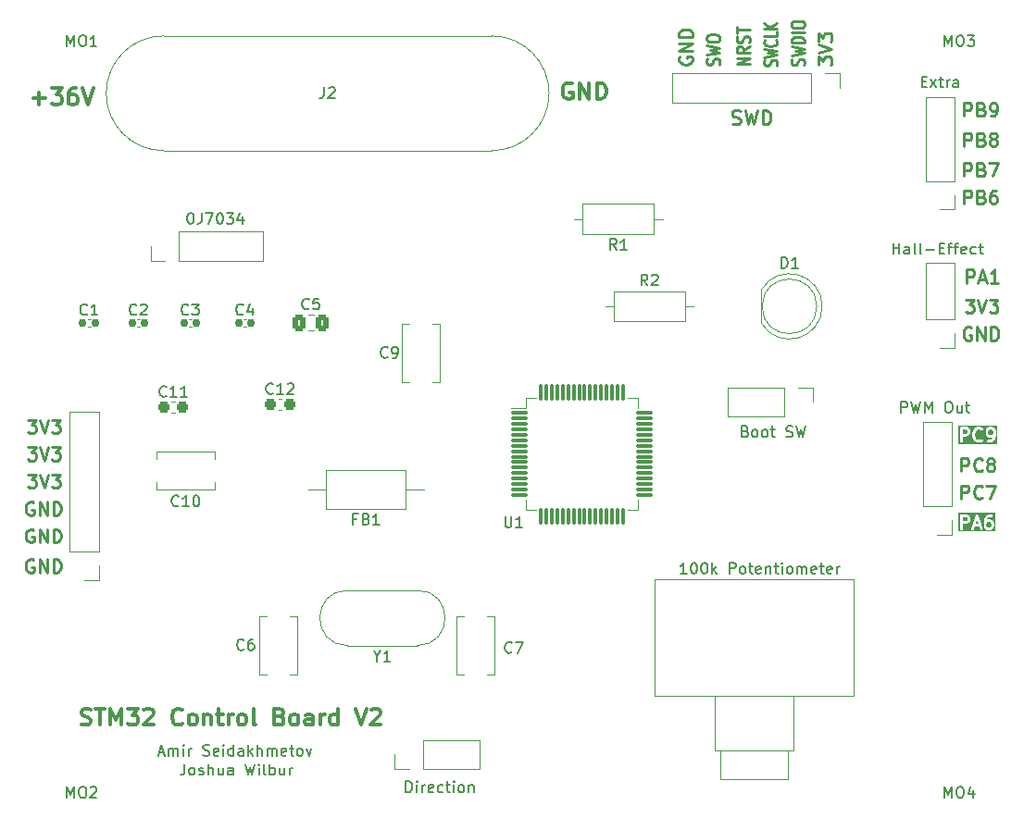
<source format=gto>
G04 #@! TF.GenerationSoftware,KiCad,Pcbnew,8.0.6*
G04 #@! TF.CreationDate,2024-11-17T19:47:03-05:00*
G04 #@! TF.ProjectId,STM32_KiCAD,53544d33-325f-44b6-9943-41442e6b6963,rev?*
G04 #@! TF.SameCoordinates,Original*
G04 #@! TF.FileFunction,Legend,Top*
G04 #@! TF.FilePolarity,Positive*
%FSLAX46Y46*%
G04 Gerber Fmt 4.6, Leading zero omitted, Abs format (unit mm)*
G04 Created by KiCad (PCBNEW 8.0.6) date 2024-11-17 19:47:03*
%MOMM*%
%LPD*%
G01*
G04 APERTURE LIST*
G04 Aperture macros list*
%AMRoundRect*
0 Rectangle with rounded corners*
0 $1 Rounding radius*
0 $2 $3 $4 $5 $6 $7 $8 $9 X,Y pos of 4 corners*
0 Add a 4 corners polygon primitive as box body*
4,1,4,$2,$3,$4,$5,$6,$7,$8,$9,$2,$3,0*
0 Add four circle primitives for the rounded corners*
1,1,$1+$1,$2,$3*
1,1,$1+$1,$4,$5*
1,1,$1+$1,$6,$7*
1,1,$1+$1,$8,$9*
0 Add four rect primitives between the rounded corners*
20,1,$1+$1,$2,$3,$4,$5,0*
20,1,$1+$1,$4,$5,$6,$7,0*
20,1,$1+$1,$6,$7,$8,$9,0*
20,1,$1+$1,$8,$9,$2,$3,0*%
G04 Aperture macros list end*
%ADD10C,0.200000*%
%ADD11C,0.250000*%
%ADD12C,0.300000*%
%ADD13C,0.212500*%
%ADD14C,0.237500*%
%ADD15C,0.150000*%
%ADD16C,0.120000*%
%ADD17RoundRect,0.250000X-0.337500X-0.475000X0.337500X-0.475000X0.337500X0.475000X-0.337500X0.475000X0*%
%ADD18C,2.200000*%
%ADD19C,1.500000*%
%ADD20RoundRect,0.155000X-0.212500X-0.155000X0.212500X-0.155000X0.212500X0.155000X-0.212500X0.155000X0*%
%ADD21R,1.700000X1.700000*%
%ADD22O,1.700000X1.700000*%
%ADD23C,1.600000*%
%ADD24RoundRect,0.237500X-0.300000X-0.237500X0.300000X-0.237500X0.300000X0.237500X-0.300000X0.237500X0*%
%ADD25RoundRect,0.075000X-0.700000X-0.075000X0.700000X-0.075000X0.700000X0.075000X-0.700000X0.075000X0*%
%ADD26RoundRect,0.075000X-0.075000X-0.700000X0.075000X-0.700000X0.075000X0.700000X-0.075000X0.700000X0*%
%ADD27C,10.160000*%
%ADD28R,3.000000X3.000000*%
%ADD29C,3.000000*%
%ADD30O,1.600000X1.600000*%
%ADD31R,1.800000X1.800000*%
%ADD32C,1.800000*%
G04 APERTURE END LIST*
D10*
X113322054Y-119081504D02*
X113798244Y-119081504D01*
X113226816Y-119367219D02*
X113560149Y-118367219D01*
X113560149Y-118367219D02*
X113893482Y-119367219D01*
X114226816Y-119367219D02*
X114226816Y-118700552D01*
X114226816Y-118795790D02*
X114274435Y-118748171D01*
X114274435Y-118748171D02*
X114369673Y-118700552D01*
X114369673Y-118700552D02*
X114512530Y-118700552D01*
X114512530Y-118700552D02*
X114607768Y-118748171D01*
X114607768Y-118748171D02*
X114655387Y-118843409D01*
X114655387Y-118843409D02*
X114655387Y-119367219D01*
X114655387Y-118843409D02*
X114703006Y-118748171D01*
X114703006Y-118748171D02*
X114798244Y-118700552D01*
X114798244Y-118700552D02*
X114941101Y-118700552D01*
X114941101Y-118700552D02*
X115036340Y-118748171D01*
X115036340Y-118748171D02*
X115083959Y-118843409D01*
X115083959Y-118843409D02*
X115083959Y-119367219D01*
X115560149Y-119367219D02*
X115560149Y-118700552D01*
X115560149Y-118367219D02*
X115512530Y-118414838D01*
X115512530Y-118414838D02*
X115560149Y-118462457D01*
X115560149Y-118462457D02*
X115607768Y-118414838D01*
X115607768Y-118414838D02*
X115560149Y-118367219D01*
X115560149Y-118367219D02*
X115560149Y-118462457D01*
X116036339Y-119367219D02*
X116036339Y-118700552D01*
X116036339Y-118891028D02*
X116083958Y-118795790D01*
X116083958Y-118795790D02*
X116131577Y-118748171D01*
X116131577Y-118748171D02*
X116226815Y-118700552D01*
X116226815Y-118700552D02*
X116322053Y-118700552D01*
X117369673Y-119319600D02*
X117512530Y-119367219D01*
X117512530Y-119367219D02*
X117750625Y-119367219D01*
X117750625Y-119367219D02*
X117845863Y-119319600D01*
X117845863Y-119319600D02*
X117893482Y-119271980D01*
X117893482Y-119271980D02*
X117941101Y-119176742D01*
X117941101Y-119176742D02*
X117941101Y-119081504D01*
X117941101Y-119081504D02*
X117893482Y-118986266D01*
X117893482Y-118986266D02*
X117845863Y-118938647D01*
X117845863Y-118938647D02*
X117750625Y-118891028D01*
X117750625Y-118891028D02*
X117560149Y-118843409D01*
X117560149Y-118843409D02*
X117464911Y-118795790D01*
X117464911Y-118795790D02*
X117417292Y-118748171D01*
X117417292Y-118748171D02*
X117369673Y-118652933D01*
X117369673Y-118652933D02*
X117369673Y-118557695D01*
X117369673Y-118557695D02*
X117417292Y-118462457D01*
X117417292Y-118462457D02*
X117464911Y-118414838D01*
X117464911Y-118414838D02*
X117560149Y-118367219D01*
X117560149Y-118367219D02*
X117798244Y-118367219D01*
X117798244Y-118367219D02*
X117941101Y-118414838D01*
X118750625Y-119319600D02*
X118655387Y-119367219D01*
X118655387Y-119367219D02*
X118464911Y-119367219D01*
X118464911Y-119367219D02*
X118369673Y-119319600D01*
X118369673Y-119319600D02*
X118322054Y-119224361D01*
X118322054Y-119224361D02*
X118322054Y-118843409D01*
X118322054Y-118843409D02*
X118369673Y-118748171D01*
X118369673Y-118748171D02*
X118464911Y-118700552D01*
X118464911Y-118700552D02*
X118655387Y-118700552D01*
X118655387Y-118700552D02*
X118750625Y-118748171D01*
X118750625Y-118748171D02*
X118798244Y-118843409D01*
X118798244Y-118843409D02*
X118798244Y-118938647D01*
X118798244Y-118938647D02*
X118322054Y-119033885D01*
X119226816Y-119367219D02*
X119226816Y-118700552D01*
X119226816Y-118367219D02*
X119179197Y-118414838D01*
X119179197Y-118414838D02*
X119226816Y-118462457D01*
X119226816Y-118462457D02*
X119274435Y-118414838D01*
X119274435Y-118414838D02*
X119226816Y-118367219D01*
X119226816Y-118367219D02*
X119226816Y-118462457D01*
X120131577Y-119367219D02*
X120131577Y-118367219D01*
X120131577Y-119319600D02*
X120036339Y-119367219D01*
X120036339Y-119367219D02*
X119845863Y-119367219D01*
X119845863Y-119367219D02*
X119750625Y-119319600D01*
X119750625Y-119319600D02*
X119703006Y-119271980D01*
X119703006Y-119271980D02*
X119655387Y-119176742D01*
X119655387Y-119176742D02*
X119655387Y-118891028D01*
X119655387Y-118891028D02*
X119703006Y-118795790D01*
X119703006Y-118795790D02*
X119750625Y-118748171D01*
X119750625Y-118748171D02*
X119845863Y-118700552D01*
X119845863Y-118700552D02*
X120036339Y-118700552D01*
X120036339Y-118700552D02*
X120131577Y-118748171D01*
X121036339Y-119367219D02*
X121036339Y-118843409D01*
X121036339Y-118843409D02*
X120988720Y-118748171D01*
X120988720Y-118748171D02*
X120893482Y-118700552D01*
X120893482Y-118700552D02*
X120703006Y-118700552D01*
X120703006Y-118700552D02*
X120607768Y-118748171D01*
X121036339Y-119319600D02*
X120941101Y-119367219D01*
X120941101Y-119367219D02*
X120703006Y-119367219D01*
X120703006Y-119367219D02*
X120607768Y-119319600D01*
X120607768Y-119319600D02*
X120560149Y-119224361D01*
X120560149Y-119224361D02*
X120560149Y-119129123D01*
X120560149Y-119129123D02*
X120607768Y-119033885D01*
X120607768Y-119033885D02*
X120703006Y-118986266D01*
X120703006Y-118986266D02*
X120941101Y-118986266D01*
X120941101Y-118986266D02*
X121036339Y-118938647D01*
X121512530Y-119367219D02*
X121512530Y-118367219D01*
X121607768Y-118986266D02*
X121893482Y-119367219D01*
X121893482Y-118700552D02*
X121512530Y-119081504D01*
X122322054Y-119367219D02*
X122322054Y-118367219D01*
X122750625Y-119367219D02*
X122750625Y-118843409D01*
X122750625Y-118843409D02*
X122703006Y-118748171D01*
X122703006Y-118748171D02*
X122607768Y-118700552D01*
X122607768Y-118700552D02*
X122464911Y-118700552D01*
X122464911Y-118700552D02*
X122369673Y-118748171D01*
X122369673Y-118748171D02*
X122322054Y-118795790D01*
X123226816Y-119367219D02*
X123226816Y-118700552D01*
X123226816Y-118795790D02*
X123274435Y-118748171D01*
X123274435Y-118748171D02*
X123369673Y-118700552D01*
X123369673Y-118700552D02*
X123512530Y-118700552D01*
X123512530Y-118700552D02*
X123607768Y-118748171D01*
X123607768Y-118748171D02*
X123655387Y-118843409D01*
X123655387Y-118843409D02*
X123655387Y-119367219D01*
X123655387Y-118843409D02*
X123703006Y-118748171D01*
X123703006Y-118748171D02*
X123798244Y-118700552D01*
X123798244Y-118700552D02*
X123941101Y-118700552D01*
X123941101Y-118700552D02*
X124036340Y-118748171D01*
X124036340Y-118748171D02*
X124083959Y-118843409D01*
X124083959Y-118843409D02*
X124083959Y-119367219D01*
X124941101Y-119319600D02*
X124845863Y-119367219D01*
X124845863Y-119367219D02*
X124655387Y-119367219D01*
X124655387Y-119367219D02*
X124560149Y-119319600D01*
X124560149Y-119319600D02*
X124512530Y-119224361D01*
X124512530Y-119224361D02*
X124512530Y-118843409D01*
X124512530Y-118843409D02*
X124560149Y-118748171D01*
X124560149Y-118748171D02*
X124655387Y-118700552D01*
X124655387Y-118700552D02*
X124845863Y-118700552D01*
X124845863Y-118700552D02*
X124941101Y-118748171D01*
X124941101Y-118748171D02*
X124988720Y-118843409D01*
X124988720Y-118843409D02*
X124988720Y-118938647D01*
X124988720Y-118938647D02*
X124512530Y-119033885D01*
X125274435Y-118700552D02*
X125655387Y-118700552D01*
X125417292Y-118367219D02*
X125417292Y-119224361D01*
X125417292Y-119224361D02*
X125464911Y-119319600D01*
X125464911Y-119319600D02*
X125560149Y-119367219D01*
X125560149Y-119367219D02*
X125655387Y-119367219D01*
X126131578Y-119367219D02*
X126036340Y-119319600D01*
X126036340Y-119319600D02*
X125988721Y-119271980D01*
X125988721Y-119271980D02*
X125941102Y-119176742D01*
X125941102Y-119176742D02*
X125941102Y-118891028D01*
X125941102Y-118891028D02*
X125988721Y-118795790D01*
X125988721Y-118795790D02*
X126036340Y-118748171D01*
X126036340Y-118748171D02*
X126131578Y-118700552D01*
X126131578Y-118700552D02*
X126274435Y-118700552D01*
X126274435Y-118700552D02*
X126369673Y-118748171D01*
X126369673Y-118748171D02*
X126417292Y-118795790D01*
X126417292Y-118795790D02*
X126464911Y-118891028D01*
X126464911Y-118891028D02*
X126464911Y-119176742D01*
X126464911Y-119176742D02*
X126417292Y-119271980D01*
X126417292Y-119271980D02*
X126369673Y-119319600D01*
X126369673Y-119319600D02*
X126274435Y-119367219D01*
X126274435Y-119367219D02*
X126131578Y-119367219D01*
X126798245Y-118700552D02*
X127036340Y-119367219D01*
X127036340Y-119367219D02*
X127274435Y-118700552D01*
D11*
X187578758Y-80197285D02*
X187464473Y-80140142D01*
X187464473Y-80140142D02*
X187293044Y-80140142D01*
X187293044Y-80140142D02*
X187121615Y-80197285D01*
X187121615Y-80197285D02*
X187007330Y-80311571D01*
X187007330Y-80311571D02*
X186950187Y-80425857D01*
X186950187Y-80425857D02*
X186893044Y-80654428D01*
X186893044Y-80654428D02*
X186893044Y-80825857D01*
X186893044Y-80825857D02*
X186950187Y-81054428D01*
X186950187Y-81054428D02*
X187007330Y-81168714D01*
X187007330Y-81168714D02*
X187121615Y-81283000D01*
X187121615Y-81283000D02*
X187293044Y-81340142D01*
X187293044Y-81340142D02*
X187407330Y-81340142D01*
X187407330Y-81340142D02*
X187578758Y-81283000D01*
X187578758Y-81283000D02*
X187635901Y-81225857D01*
X187635901Y-81225857D02*
X187635901Y-80825857D01*
X187635901Y-80825857D02*
X187407330Y-80825857D01*
X188150187Y-81340142D02*
X188150187Y-80140142D01*
X188150187Y-80140142D02*
X188835901Y-81340142D01*
X188835901Y-81340142D02*
X188835901Y-80140142D01*
X189407330Y-81340142D02*
X189407330Y-80140142D01*
X189407330Y-80140142D02*
X189693044Y-80140142D01*
X189693044Y-80140142D02*
X189864473Y-80197285D01*
X189864473Y-80197285D02*
X189978758Y-80311571D01*
X189978758Y-80311571D02*
X190035901Y-80425857D01*
X190035901Y-80425857D02*
X190093044Y-80654428D01*
X190093044Y-80654428D02*
X190093044Y-80825857D01*
X190093044Y-80825857D02*
X190035901Y-81054428D01*
X190035901Y-81054428D02*
X189978758Y-81168714D01*
X189978758Y-81168714D02*
X189864473Y-81283000D01*
X189864473Y-81283000D02*
X189693044Y-81340142D01*
X189693044Y-81340142D02*
X189407330Y-81340142D01*
X160947285Y-55421241D02*
X160890142Y-55535527D01*
X160890142Y-55535527D02*
X160890142Y-55706955D01*
X160890142Y-55706955D02*
X160947285Y-55878384D01*
X160947285Y-55878384D02*
X161061571Y-55992669D01*
X161061571Y-55992669D02*
X161175857Y-56049812D01*
X161175857Y-56049812D02*
X161404428Y-56106955D01*
X161404428Y-56106955D02*
X161575857Y-56106955D01*
X161575857Y-56106955D02*
X161804428Y-56049812D01*
X161804428Y-56049812D02*
X161918714Y-55992669D01*
X161918714Y-55992669D02*
X162033000Y-55878384D01*
X162033000Y-55878384D02*
X162090142Y-55706955D01*
X162090142Y-55706955D02*
X162090142Y-55592669D01*
X162090142Y-55592669D02*
X162033000Y-55421241D01*
X162033000Y-55421241D02*
X161975857Y-55364098D01*
X161975857Y-55364098D02*
X161575857Y-55364098D01*
X161575857Y-55364098D02*
X161575857Y-55592669D01*
X162090142Y-54849812D02*
X160890142Y-54849812D01*
X160890142Y-54849812D02*
X162090142Y-54164098D01*
X162090142Y-54164098D02*
X160890142Y-54164098D01*
X162090142Y-53592669D02*
X160890142Y-53592669D01*
X160890142Y-53592669D02*
X160890142Y-53306955D01*
X160890142Y-53306955D02*
X160947285Y-53135526D01*
X160947285Y-53135526D02*
X161061571Y-53021241D01*
X161061571Y-53021241D02*
X161175857Y-52964098D01*
X161175857Y-52964098D02*
X161404428Y-52906955D01*
X161404428Y-52906955D02*
X161575857Y-52906955D01*
X161575857Y-52906955D02*
X161804428Y-52964098D01*
X161804428Y-52964098D02*
X161918714Y-53021241D01*
X161918714Y-53021241D02*
X162033000Y-53135526D01*
X162033000Y-53135526D02*
X162090142Y-53306955D01*
X162090142Y-53306955D02*
X162090142Y-53592669D01*
D12*
X151090225Y-57872257D02*
X150947368Y-57800828D01*
X150947368Y-57800828D02*
X150733082Y-57800828D01*
X150733082Y-57800828D02*
X150518796Y-57872257D01*
X150518796Y-57872257D02*
X150375939Y-58015114D01*
X150375939Y-58015114D02*
X150304510Y-58157971D01*
X150304510Y-58157971D02*
X150233082Y-58443685D01*
X150233082Y-58443685D02*
X150233082Y-58657971D01*
X150233082Y-58657971D02*
X150304510Y-58943685D01*
X150304510Y-58943685D02*
X150375939Y-59086542D01*
X150375939Y-59086542D02*
X150518796Y-59229400D01*
X150518796Y-59229400D02*
X150733082Y-59300828D01*
X150733082Y-59300828D02*
X150875939Y-59300828D01*
X150875939Y-59300828D02*
X151090225Y-59229400D01*
X151090225Y-59229400D02*
X151161653Y-59157971D01*
X151161653Y-59157971D02*
X151161653Y-58657971D01*
X151161653Y-58657971D02*
X150875939Y-58657971D01*
X151804510Y-59300828D02*
X151804510Y-57800828D01*
X151804510Y-57800828D02*
X152661653Y-59300828D01*
X152661653Y-59300828D02*
X152661653Y-57800828D01*
X153375939Y-59300828D02*
X153375939Y-57800828D01*
X153375939Y-57800828D02*
X153733082Y-57800828D01*
X153733082Y-57800828D02*
X153947368Y-57872257D01*
X153947368Y-57872257D02*
X154090225Y-58015114D01*
X154090225Y-58015114D02*
X154161654Y-58157971D01*
X154161654Y-58157971D02*
X154233082Y-58443685D01*
X154233082Y-58443685D02*
X154233082Y-58657971D01*
X154233082Y-58657971D02*
X154161654Y-58943685D01*
X154161654Y-58943685D02*
X154090225Y-59086542D01*
X154090225Y-59086542D02*
X153947368Y-59229400D01*
X153947368Y-59229400D02*
X153733082Y-59300828D01*
X153733082Y-59300828D02*
X153375939Y-59300828D01*
D11*
X186700187Y-93340142D02*
X186700187Y-92140142D01*
X186700187Y-92140142D02*
X187157330Y-92140142D01*
X187157330Y-92140142D02*
X187271615Y-92197285D01*
X187271615Y-92197285D02*
X187328758Y-92254428D01*
X187328758Y-92254428D02*
X187385901Y-92368714D01*
X187385901Y-92368714D02*
X187385901Y-92540142D01*
X187385901Y-92540142D02*
X187328758Y-92654428D01*
X187328758Y-92654428D02*
X187271615Y-92711571D01*
X187271615Y-92711571D02*
X187157330Y-92768714D01*
X187157330Y-92768714D02*
X186700187Y-92768714D01*
X188585901Y-93225857D02*
X188528758Y-93283000D01*
X188528758Y-93283000D02*
X188357330Y-93340142D01*
X188357330Y-93340142D02*
X188243044Y-93340142D01*
X188243044Y-93340142D02*
X188071615Y-93283000D01*
X188071615Y-93283000D02*
X187957330Y-93168714D01*
X187957330Y-93168714D02*
X187900187Y-93054428D01*
X187900187Y-93054428D02*
X187843044Y-92825857D01*
X187843044Y-92825857D02*
X187843044Y-92654428D01*
X187843044Y-92654428D02*
X187900187Y-92425857D01*
X187900187Y-92425857D02*
X187957330Y-92311571D01*
X187957330Y-92311571D02*
X188071615Y-92197285D01*
X188071615Y-92197285D02*
X188243044Y-92140142D01*
X188243044Y-92140142D02*
X188357330Y-92140142D01*
X188357330Y-92140142D02*
X188528758Y-92197285D01*
X188528758Y-92197285D02*
X188585901Y-92254428D01*
X189271615Y-92654428D02*
X189157330Y-92597285D01*
X189157330Y-92597285D02*
X189100187Y-92540142D01*
X189100187Y-92540142D02*
X189043044Y-92425857D01*
X189043044Y-92425857D02*
X189043044Y-92368714D01*
X189043044Y-92368714D02*
X189100187Y-92254428D01*
X189100187Y-92254428D02*
X189157330Y-92197285D01*
X189157330Y-92197285D02*
X189271615Y-92140142D01*
X189271615Y-92140142D02*
X189500187Y-92140142D01*
X189500187Y-92140142D02*
X189614473Y-92197285D01*
X189614473Y-92197285D02*
X189671615Y-92254428D01*
X189671615Y-92254428D02*
X189728758Y-92368714D01*
X189728758Y-92368714D02*
X189728758Y-92425857D01*
X189728758Y-92425857D02*
X189671615Y-92540142D01*
X189671615Y-92540142D02*
X189614473Y-92597285D01*
X189614473Y-92597285D02*
X189500187Y-92654428D01*
X189500187Y-92654428D02*
X189271615Y-92654428D01*
X189271615Y-92654428D02*
X189157330Y-92711571D01*
X189157330Y-92711571D02*
X189100187Y-92768714D01*
X189100187Y-92768714D02*
X189043044Y-92883000D01*
X189043044Y-92883000D02*
X189043044Y-93111571D01*
X189043044Y-93111571D02*
X189100187Y-93225857D01*
X189100187Y-93225857D02*
X189157330Y-93283000D01*
X189157330Y-93283000D02*
X189271615Y-93340142D01*
X189271615Y-93340142D02*
X189500187Y-93340142D01*
X189500187Y-93340142D02*
X189614473Y-93283000D01*
X189614473Y-93283000D02*
X189671615Y-93225857D01*
X189671615Y-93225857D02*
X189728758Y-93111571D01*
X189728758Y-93111571D02*
X189728758Y-92883000D01*
X189728758Y-92883000D02*
X189671615Y-92768714D01*
X189671615Y-92768714D02*
X189614473Y-92711571D01*
X189614473Y-92711571D02*
X189500187Y-92654428D01*
X186700187Y-95840142D02*
X186700187Y-94640142D01*
X186700187Y-94640142D02*
X187157330Y-94640142D01*
X187157330Y-94640142D02*
X187271615Y-94697285D01*
X187271615Y-94697285D02*
X187328758Y-94754428D01*
X187328758Y-94754428D02*
X187385901Y-94868714D01*
X187385901Y-94868714D02*
X187385901Y-95040142D01*
X187385901Y-95040142D02*
X187328758Y-95154428D01*
X187328758Y-95154428D02*
X187271615Y-95211571D01*
X187271615Y-95211571D02*
X187157330Y-95268714D01*
X187157330Y-95268714D02*
X186700187Y-95268714D01*
X188585901Y-95725857D02*
X188528758Y-95783000D01*
X188528758Y-95783000D02*
X188357330Y-95840142D01*
X188357330Y-95840142D02*
X188243044Y-95840142D01*
X188243044Y-95840142D02*
X188071615Y-95783000D01*
X188071615Y-95783000D02*
X187957330Y-95668714D01*
X187957330Y-95668714D02*
X187900187Y-95554428D01*
X187900187Y-95554428D02*
X187843044Y-95325857D01*
X187843044Y-95325857D02*
X187843044Y-95154428D01*
X187843044Y-95154428D02*
X187900187Y-94925857D01*
X187900187Y-94925857D02*
X187957330Y-94811571D01*
X187957330Y-94811571D02*
X188071615Y-94697285D01*
X188071615Y-94697285D02*
X188243044Y-94640142D01*
X188243044Y-94640142D02*
X188357330Y-94640142D01*
X188357330Y-94640142D02*
X188528758Y-94697285D01*
X188528758Y-94697285D02*
X188585901Y-94754428D01*
X188985901Y-94640142D02*
X189785901Y-94640142D01*
X189785901Y-94640142D02*
X189271615Y-95840142D01*
X187200187Y-76090142D02*
X187200187Y-74890142D01*
X187200187Y-74890142D02*
X187657330Y-74890142D01*
X187657330Y-74890142D02*
X187771615Y-74947285D01*
X187771615Y-74947285D02*
X187828758Y-75004428D01*
X187828758Y-75004428D02*
X187885901Y-75118714D01*
X187885901Y-75118714D02*
X187885901Y-75290142D01*
X187885901Y-75290142D02*
X187828758Y-75404428D01*
X187828758Y-75404428D02*
X187771615Y-75461571D01*
X187771615Y-75461571D02*
X187657330Y-75518714D01*
X187657330Y-75518714D02*
X187200187Y-75518714D01*
X188343044Y-75747285D02*
X188914473Y-75747285D01*
X188228758Y-76090142D02*
X188628758Y-74890142D01*
X188628758Y-74890142D02*
X189028758Y-76090142D01*
X190057329Y-76090142D02*
X189371615Y-76090142D01*
X189714472Y-76090142D02*
X189714472Y-74890142D01*
X189714472Y-74890142D02*
X189600186Y-75061571D01*
X189600186Y-75061571D02*
X189485901Y-75175857D01*
X189485901Y-75175857D02*
X189371615Y-75233000D01*
D12*
X101804510Y-59229400D02*
X102947368Y-59229400D01*
X102375939Y-59800828D02*
X102375939Y-58657971D01*
X103518796Y-58300828D02*
X104447368Y-58300828D01*
X104447368Y-58300828D02*
X103947368Y-58872257D01*
X103947368Y-58872257D02*
X104161653Y-58872257D01*
X104161653Y-58872257D02*
X104304511Y-58943685D01*
X104304511Y-58943685D02*
X104375939Y-59015114D01*
X104375939Y-59015114D02*
X104447368Y-59157971D01*
X104447368Y-59157971D02*
X104447368Y-59515114D01*
X104447368Y-59515114D02*
X104375939Y-59657971D01*
X104375939Y-59657971D02*
X104304511Y-59729400D01*
X104304511Y-59729400D02*
X104161653Y-59800828D01*
X104161653Y-59800828D02*
X103733082Y-59800828D01*
X103733082Y-59800828D02*
X103590225Y-59729400D01*
X103590225Y-59729400D02*
X103518796Y-59657971D01*
X105733082Y-58300828D02*
X105447367Y-58300828D01*
X105447367Y-58300828D02*
X105304510Y-58372257D01*
X105304510Y-58372257D02*
X105233082Y-58443685D01*
X105233082Y-58443685D02*
X105090224Y-58657971D01*
X105090224Y-58657971D02*
X105018796Y-58943685D01*
X105018796Y-58943685D02*
X105018796Y-59515114D01*
X105018796Y-59515114D02*
X105090224Y-59657971D01*
X105090224Y-59657971D02*
X105161653Y-59729400D01*
X105161653Y-59729400D02*
X105304510Y-59800828D01*
X105304510Y-59800828D02*
X105590224Y-59800828D01*
X105590224Y-59800828D02*
X105733082Y-59729400D01*
X105733082Y-59729400D02*
X105804510Y-59657971D01*
X105804510Y-59657971D02*
X105875939Y-59515114D01*
X105875939Y-59515114D02*
X105875939Y-59157971D01*
X105875939Y-59157971D02*
X105804510Y-59015114D01*
X105804510Y-59015114D02*
X105733082Y-58943685D01*
X105733082Y-58943685D02*
X105590224Y-58872257D01*
X105590224Y-58872257D02*
X105304510Y-58872257D01*
X105304510Y-58872257D02*
X105161653Y-58943685D01*
X105161653Y-58943685D02*
X105090224Y-59015114D01*
X105090224Y-59015114D02*
X105018796Y-59157971D01*
X106304510Y-58300828D02*
X106804510Y-59800828D01*
X106804510Y-59800828D02*
X107304510Y-58300828D01*
D11*
X101828758Y-101447285D02*
X101714473Y-101390142D01*
X101714473Y-101390142D02*
X101543044Y-101390142D01*
X101543044Y-101390142D02*
X101371615Y-101447285D01*
X101371615Y-101447285D02*
X101257330Y-101561571D01*
X101257330Y-101561571D02*
X101200187Y-101675857D01*
X101200187Y-101675857D02*
X101143044Y-101904428D01*
X101143044Y-101904428D02*
X101143044Y-102075857D01*
X101143044Y-102075857D02*
X101200187Y-102304428D01*
X101200187Y-102304428D02*
X101257330Y-102418714D01*
X101257330Y-102418714D02*
X101371615Y-102533000D01*
X101371615Y-102533000D02*
X101543044Y-102590142D01*
X101543044Y-102590142D02*
X101657330Y-102590142D01*
X101657330Y-102590142D02*
X101828758Y-102533000D01*
X101828758Y-102533000D02*
X101885901Y-102475857D01*
X101885901Y-102475857D02*
X101885901Y-102075857D01*
X101885901Y-102075857D02*
X101657330Y-102075857D01*
X102400187Y-102590142D02*
X102400187Y-101390142D01*
X102400187Y-101390142D02*
X103085901Y-102590142D01*
X103085901Y-102590142D02*
X103085901Y-101390142D01*
X103657330Y-102590142D02*
X103657330Y-101390142D01*
X103657330Y-101390142D02*
X103943044Y-101390142D01*
X103943044Y-101390142D02*
X104114473Y-101447285D01*
X104114473Y-101447285D02*
X104228758Y-101561571D01*
X104228758Y-101561571D02*
X104285901Y-101675857D01*
X104285901Y-101675857D02*
X104343044Y-101904428D01*
X104343044Y-101904428D02*
X104343044Y-102075857D01*
X104343044Y-102075857D02*
X104285901Y-102304428D01*
X104285901Y-102304428D02*
X104228758Y-102418714D01*
X104228758Y-102418714D02*
X104114473Y-102533000D01*
X104114473Y-102533000D02*
X103943044Y-102590142D01*
X103943044Y-102590142D02*
X103657330Y-102590142D01*
X186950187Y-66340142D02*
X186950187Y-65140142D01*
X186950187Y-65140142D02*
X187407330Y-65140142D01*
X187407330Y-65140142D02*
X187521615Y-65197285D01*
X187521615Y-65197285D02*
X187578758Y-65254428D01*
X187578758Y-65254428D02*
X187635901Y-65368714D01*
X187635901Y-65368714D02*
X187635901Y-65540142D01*
X187635901Y-65540142D02*
X187578758Y-65654428D01*
X187578758Y-65654428D02*
X187521615Y-65711571D01*
X187521615Y-65711571D02*
X187407330Y-65768714D01*
X187407330Y-65768714D02*
X186950187Y-65768714D01*
X188550187Y-65711571D02*
X188721615Y-65768714D01*
X188721615Y-65768714D02*
X188778758Y-65825857D01*
X188778758Y-65825857D02*
X188835901Y-65940142D01*
X188835901Y-65940142D02*
X188835901Y-66111571D01*
X188835901Y-66111571D02*
X188778758Y-66225857D01*
X188778758Y-66225857D02*
X188721615Y-66283000D01*
X188721615Y-66283000D02*
X188607330Y-66340142D01*
X188607330Y-66340142D02*
X188150187Y-66340142D01*
X188150187Y-66340142D02*
X188150187Y-65140142D01*
X188150187Y-65140142D02*
X188550187Y-65140142D01*
X188550187Y-65140142D02*
X188664473Y-65197285D01*
X188664473Y-65197285D02*
X188721615Y-65254428D01*
X188721615Y-65254428D02*
X188778758Y-65368714D01*
X188778758Y-65368714D02*
X188778758Y-65483000D01*
X188778758Y-65483000D02*
X188721615Y-65597285D01*
X188721615Y-65597285D02*
X188664473Y-65654428D01*
X188664473Y-65654428D02*
X188550187Y-65711571D01*
X188550187Y-65711571D02*
X188150187Y-65711571D01*
X189235901Y-65140142D02*
X190035901Y-65140142D01*
X190035901Y-65140142D02*
X189521615Y-66340142D01*
X187085901Y-77640142D02*
X187828758Y-77640142D01*
X187828758Y-77640142D02*
X187428758Y-78097285D01*
X187428758Y-78097285D02*
X187600187Y-78097285D01*
X187600187Y-78097285D02*
X187714473Y-78154428D01*
X187714473Y-78154428D02*
X187771615Y-78211571D01*
X187771615Y-78211571D02*
X187828758Y-78325857D01*
X187828758Y-78325857D02*
X187828758Y-78611571D01*
X187828758Y-78611571D02*
X187771615Y-78725857D01*
X187771615Y-78725857D02*
X187714473Y-78783000D01*
X187714473Y-78783000D02*
X187600187Y-78840142D01*
X187600187Y-78840142D02*
X187257330Y-78840142D01*
X187257330Y-78840142D02*
X187143044Y-78783000D01*
X187143044Y-78783000D02*
X187085901Y-78725857D01*
X188171615Y-77640142D02*
X188571615Y-78840142D01*
X188571615Y-78840142D02*
X188971615Y-77640142D01*
X189257329Y-77640142D02*
X190000186Y-77640142D01*
X190000186Y-77640142D02*
X189600186Y-78097285D01*
X189600186Y-78097285D02*
X189771615Y-78097285D01*
X189771615Y-78097285D02*
X189885901Y-78154428D01*
X189885901Y-78154428D02*
X189943043Y-78211571D01*
X189943043Y-78211571D02*
X190000186Y-78325857D01*
X190000186Y-78325857D02*
X190000186Y-78611571D01*
X190000186Y-78611571D02*
X189943043Y-78725857D01*
X189943043Y-78725857D02*
X189885901Y-78783000D01*
X189885901Y-78783000D02*
X189771615Y-78840142D01*
X189771615Y-78840142D02*
X189428758Y-78840142D01*
X189428758Y-78840142D02*
X189314472Y-78783000D01*
X189314472Y-78783000D02*
X189257329Y-78725857D01*
X186950187Y-63590142D02*
X186950187Y-62390142D01*
X186950187Y-62390142D02*
X187407330Y-62390142D01*
X187407330Y-62390142D02*
X187521615Y-62447285D01*
X187521615Y-62447285D02*
X187578758Y-62504428D01*
X187578758Y-62504428D02*
X187635901Y-62618714D01*
X187635901Y-62618714D02*
X187635901Y-62790142D01*
X187635901Y-62790142D02*
X187578758Y-62904428D01*
X187578758Y-62904428D02*
X187521615Y-62961571D01*
X187521615Y-62961571D02*
X187407330Y-63018714D01*
X187407330Y-63018714D02*
X186950187Y-63018714D01*
X188550187Y-62961571D02*
X188721615Y-63018714D01*
X188721615Y-63018714D02*
X188778758Y-63075857D01*
X188778758Y-63075857D02*
X188835901Y-63190142D01*
X188835901Y-63190142D02*
X188835901Y-63361571D01*
X188835901Y-63361571D02*
X188778758Y-63475857D01*
X188778758Y-63475857D02*
X188721615Y-63533000D01*
X188721615Y-63533000D02*
X188607330Y-63590142D01*
X188607330Y-63590142D02*
X188150187Y-63590142D01*
X188150187Y-63590142D02*
X188150187Y-62390142D01*
X188150187Y-62390142D02*
X188550187Y-62390142D01*
X188550187Y-62390142D02*
X188664473Y-62447285D01*
X188664473Y-62447285D02*
X188721615Y-62504428D01*
X188721615Y-62504428D02*
X188778758Y-62618714D01*
X188778758Y-62618714D02*
X188778758Y-62733000D01*
X188778758Y-62733000D02*
X188721615Y-62847285D01*
X188721615Y-62847285D02*
X188664473Y-62904428D01*
X188664473Y-62904428D02*
X188550187Y-62961571D01*
X188550187Y-62961571D02*
X188150187Y-62961571D01*
X189521615Y-62904428D02*
X189407330Y-62847285D01*
X189407330Y-62847285D02*
X189350187Y-62790142D01*
X189350187Y-62790142D02*
X189293044Y-62675857D01*
X189293044Y-62675857D02*
X189293044Y-62618714D01*
X189293044Y-62618714D02*
X189350187Y-62504428D01*
X189350187Y-62504428D02*
X189407330Y-62447285D01*
X189407330Y-62447285D02*
X189521615Y-62390142D01*
X189521615Y-62390142D02*
X189750187Y-62390142D01*
X189750187Y-62390142D02*
X189864473Y-62447285D01*
X189864473Y-62447285D02*
X189921615Y-62504428D01*
X189921615Y-62504428D02*
X189978758Y-62618714D01*
X189978758Y-62618714D02*
X189978758Y-62675857D01*
X189978758Y-62675857D02*
X189921615Y-62790142D01*
X189921615Y-62790142D02*
X189864473Y-62847285D01*
X189864473Y-62847285D02*
X189750187Y-62904428D01*
X189750187Y-62904428D02*
X189521615Y-62904428D01*
X189521615Y-62904428D02*
X189407330Y-62961571D01*
X189407330Y-62961571D02*
X189350187Y-63018714D01*
X189350187Y-63018714D02*
X189293044Y-63133000D01*
X189293044Y-63133000D02*
X189293044Y-63361571D01*
X189293044Y-63361571D02*
X189350187Y-63475857D01*
X189350187Y-63475857D02*
X189407330Y-63533000D01*
X189407330Y-63533000D02*
X189521615Y-63590142D01*
X189521615Y-63590142D02*
X189750187Y-63590142D01*
X189750187Y-63590142D02*
X189864473Y-63533000D01*
X189864473Y-63533000D02*
X189921615Y-63475857D01*
X189921615Y-63475857D02*
X189978758Y-63361571D01*
X189978758Y-63361571D02*
X189978758Y-63133000D01*
X189978758Y-63133000D02*
X189921615Y-63018714D01*
X189921615Y-63018714D02*
X189864473Y-62961571D01*
X189864473Y-62961571D02*
X189750187Y-62904428D01*
X101335901Y-88640142D02*
X102078758Y-88640142D01*
X102078758Y-88640142D02*
X101678758Y-89097285D01*
X101678758Y-89097285D02*
X101850187Y-89097285D01*
X101850187Y-89097285D02*
X101964473Y-89154428D01*
X101964473Y-89154428D02*
X102021615Y-89211571D01*
X102021615Y-89211571D02*
X102078758Y-89325857D01*
X102078758Y-89325857D02*
X102078758Y-89611571D01*
X102078758Y-89611571D02*
X102021615Y-89725857D01*
X102021615Y-89725857D02*
X101964473Y-89783000D01*
X101964473Y-89783000D02*
X101850187Y-89840142D01*
X101850187Y-89840142D02*
X101507330Y-89840142D01*
X101507330Y-89840142D02*
X101393044Y-89783000D01*
X101393044Y-89783000D02*
X101335901Y-89725857D01*
X102421615Y-88640142D02*
X102821615Y-89840142D01*
X102821615Y-89840142D02*
X103221615Y-88640142D01*
X103507329Y-88640142D02*
X104250186Y-88640142D01*
X104250186Y-88640142D02*
X103850186Y-89097285D01*
X103850186Y-89097285D02*
X104021615Y-89097285D01*
X104021615Y-89097285D02*
X104135901Y-89154428D01*
X104135901Y-89154428D02*
X104193043Y-89211571D01*
X104193043Y-89211571D02*
X104250186Y-89325857D01*
X104250186Y-89325857D02*
X104250186Y-89611571D01*
X104250186Y-89611571D02*
X104193043Y-89725857D01*
X104193043Y-89725857D02*
X104135901Y-89783000D01*
X104135901Y-89783000D02*
X104021615Y-89840142D01*
X104021615Y-89840142D02*
X103678758Y-89840142D01*
X103678758Y-89840142D02*
X103564472Y-89783000D01*
X103564472Y-89783000D02*
X103507329Y-89725857D01*
X186950187Y-60840142D02*
X186950187Y-59640142D01*
X186950187Y-59640142D02*
X187407330Y-59640142D01*
X187407330Y-59640142D02*
X187521615Y-59697285D01*
X187521615Y-59697285D02*
X187578758Y-59754428D01*
X187578758Y-59754428D02*
X187635901Y-59868714D01*
X187635901Y-59868714D02*
X187635901Y-60040142D01*
X187635901Y-60040142D02*
X187578758Y-60154428D01*
X187578758Y-60154428D02*
X187521615Y-60211571D01*
X187521615Y-60211571D02*
X187407330Y-60268714D01*
X187407330Y-60268714D02*
X186950187Y-60268714D01*
X188550187Y-60211571D02*
X188721615Y-60268714D01*
X188721615Y-60268714D02*
X188778758Y-60325857D01*
X188778758Y-60325857D02*
X188835901Y-60440142D01*
X188835901Y-60440142D02*
X188835901Y-60611571D01*
X188835901Y-60611571D02*
X188778758Y-60725857D01*
X188778758Y-60725857D02*
X188721615Y-60783000D01*
X188721615Y-60783000D02*
X188607330Y-60840142D01*
X188607330Y-60840142D02*
X188150187Y-60840142D01*
X188150187Y-60840142D02*
X188150187Y-59640142D01*
X188150187Y-59640142D02*
X188550187Y-59640142D01*
X188550187Y-59640142D02*
X188664473Y-59697285D01*
X188664473Y-59697285D02*
X188721615Y-59754428D01*
X188721615Y-59754428D02*
X188778758Y-59868714D01*
X188778758Y-59868714D02*
X188778758Y-59983000D01*
X188778758Y-59983000D02*
X188721615Y-60097285D01*
X188721615Y-60097285D02*
X188664473Y-60154428D01*
X188664473Y-60154428D02*
X188550187Y-60211571D01*
X188550187Y-60211571D02*
X188150187Y-60211571D01*
X189407330Y-60840142D02*
X189635901Y-60840142D01*
X189635901Y-60840142D02*
X189750187Y-60783000D01*
X189750187Y-60783000D02*
X189807330Y-60725857D01*
X189807330Y-60725857D02*
X189921615Y-60554428D01*
X189921615Y-60554428D02*
X189978758Y-60325857D01*
X189978758Y-60325857D02*
X189978758Y-59868714D01*
X189978758Y-59868714D02*
X189921615Y-59754428D01*
X189921615Y-59754428D02*
X189864473Y-59697285D01*
X189864473Y-59697285D02*
X189750187Y-59640142D01*
X189750187Y-59640142D02*
X189521615Y-59640142D01*
X189521615Y-59640142D02*
X189407330Y-59697285D01*
X189407330Y-59697285D02*
X189350187Y-59754428D01*
X189350187Y-59754428D02*
X189293044Y-59868714D01*
X189293044Y-59868714D02*
X189293044Y-60154428D01*
X189293044Y-60154428D02*
X189350187Y-60268714D01*
X189350187Y-60268714D02*
X189407330Y-60325857D01*
X189407330Y-60325857D02*
X189521615Y-60383000D01*
X189521615Y-60383000D02*
X189750187Y-60383000D01*
X189750187Y-60383000D02*
X189864473Y-60325857D01*
X189864473Y-60325857D02*
X189921615Y-60268714D01*
X189921615Y-60268714D02*
X189978758Y-60154428D01*
X101828758Y-98697285D02*
X101714473Y-98640142D01*
X101714473Y-98640142D02*
X101543044Y-98640142D01*
X101543044Y-98640142D02*
X101371615Y-98697285D01*
X101371615Y-98697285D02*
X101257330Y-98811571D01*
X101257330Y-98811571D02*
X101200187Y-98925857D01*
X101200187Y-98925857D02*
X101143044Y-99154428D01*
X101143044Y-99154428D02*
X101143044Y-99325857D01*
X101143044Y-99325857D02*
X101200187Y-99554428D01*
X101200187Y-99554428D02*
X101257330Y-99668714D01*
X101257330Y-99668714D02*
X101371615Y-99783000D01*
X101371615Y-99783000D02*
X101543044Y-99840142D01*
X101543044Y-99840142D02*
X101657330Y-99840142D01*
X101657330Y-99840142D02*
X101828758Y-99783000D01*
X101828758Y-99783000D02*
X101885901Y-99725857D01*
X101885901Y-99725857D02*
X101885901Y-99325857D01*
X101885901Y-99325857D02*
X101657330Y-99325857D01*
X102400187Y-99840142D02*
X102400187Y-98640142D01*
X102400187Y-98640142D02*
X103085901Y-99840142D01*
X103085901Y-99840142D02*
X103085901Y-98640142D01*
X103657330Y-99840142D02*
X103657330Y-98640142D01*
X103657330Y-98640142D02*
X103943044Y-98640142D01*
X103943044Y-98640142D02*
X104114473Y-98697285D01*
X104114473Y-98697285D02*
X104228758Y-98811571D01*
X104228758Y-98811571D02*
X104285901Y-98925857D01*
X104285901Y-98925857D02*
X104343044Y-99154428D01*
X104343044Y-99154428D02*
X104343044Y-99325857D01*
X104343044Y-99325857D02*
X104285901Y-99554428D01*
X104285901Y-99554428D02*
X104228758Y-99668714D01*
X104228758Y-99668714D02*
X104114473Y-99783000D01*
X104114473Y-99783000D02*
X103943044Y-99840142D01*
X103943044Y-99840142D02*
X103657330Y-99840142D01*
X167340142Y-56097431D02*
X166140142Y-56097431D01*
X166140142Y-56097431D02*
X167340142Y-55526003D01*
X167340142Y-55526003D02*
X166140142Y-55526003D01*
X167340142Y-54478384D02*
X166768714Y-54811717D01*
X167340142Y-55049812D02*
X166140142Y-55049812D01*
X166140142Y-55049812D02*
X166140142Y-54668860D01*
X166140142Y-54668860D02*
X166197285Y-54573622D01*
X166197285Y-54573622D02*
X166254428Y-54526003D01*
X166254428Y-54526003D02*
X166368714Y-54478384D01*
X166368714Y-54478384D02*
X166540142Y-54478384D01*
X166540142Y-54478384D02*
X166654428Y-54526003D01*
X166654428Y-54526003D02*
X166711571Y-54573622D01*
X166711571Y-54573622D02*
X166768714Y-54668860D01*
X166768714Y-54668860D02*
X166768714Y-55049812D01*
X167283000Y-54097431D02*
X167340142Y-53954574D01*
X167340142Y-53954574D02*
X167340142Y-53716479D01*
X167340142Y-53716479D02*
X167283000Y-53621241D01*
X167283000Y-53621241D02*
X167225857Y-53573622D01*
X167225857Y-53573622D02*
X167111571Y-53526003D01*
X167111571Y-53526003D02*
X166997285Y-53526003D01*
X166997285Y-53526003D02*
X166883000Y-53573622D01*
X166883000Y-53573622D02*
X166825857Y-53621241D01*
X166825857Y-53621241D02*
X166768714Y-53716479D01*
X166768714Y-53716479D02*
X166711571Y-53906955D01*
X166711571Y-53906955D02*
X166654428Y-54002193D01*
X166654428Y-54002193D02*
X166597285Y-54049812D01*
X166597285Y-54049812D02*
X166483000Y-54097431D01*
X166483000Y-54097431D02*
X166368714Y-54097431D01*
X166368714Y-54097431D02*
X166254428Y-54049812D01*
X166254428Y-54049812D02*
X166197285Y-54002193D01*
X166197285Y-54002193D02*
X166140142Y-53906955D01*
X166140142Y-53906955D02*
X166140142Y-53668860D01*
X166140142Y-53668860D02*
X166197285Y-53526003D01*
X166140142Y-53240288D02*
X166140142Y-52668860D01*
X167340142Y-52954574D02*
X166140142Y-52954574D01*
G36*
X189368998Y-98007159D02*
G01*
X189397454Y-98035616D01*
X189432329Y-98105365D01*
X189432329Y-98332063D01*
X189397454Y-98401811D01*
X189368998Y-98430267D01*
X189299249Y-98465142D01*
X189129695Y-98465142D01*
X189059945Y-98430267D01*
X189031490Y-98401813D01*
X188996615Y-98332062D01*
X188996615Y-98105365D01*
X189031490Y-98035614D01*
X189059946Y-98007159D01*
X189129694Y-97972285D01*
X189299250Y-97972285D01*
X189368998Y-98007159D01*
G37*
G36*
X188241045Y-98122285D02*
G01*
X188016471Y-98122285D01*
X188128758Y-97785425D01*
X188241045Y-98122285D01*
G37*
G36*
X187197570Y-97550016D02*
G01*
X187226026Y-97578473D01*
X187260901Y-97648222D01*
X187260901Y-97760634D01*
X187226026Y-97830382D01*
X187197570Y-97858839D01*
X187127822Y-97893714D01*
X186825187Y-97893714D01*
X186825187Y-97515142D01*
X187127822Y-97515142D01*
X187197570Y-97550016D01*
G37*
G36*
X189815662Y-98848475D02*
G01*
X186441854Y-98848475D01*
X186441854Y-97390142D01*
X186575187Y-97390142D01*
X186575187Y-98590142D01*
X186577589Y-98614528D01*
X186596253Y-98659588D01*
X186630741Y-98694076D01*
X186675801Y-98712740D01*
X186724573Y-98712740D01*
X186769633Y-98694076D01*
X186804121Y-98659588D01*
X186822785Y-98614528D01*
X186825187Y-98590142D01*
X186825187Y-98574508D01*
X187604740Y-98574508D01*
X187608197Y-98623157D01*
X187630009Y-98666782D01*
X187666855Y-98698737D01*
X187713124Y-98714160D01*
X187761773Y-98710703D01*
X187805398Y-98688891D01*
X187837353Y-98652045D01*
X187847343Y-98629670D01*
X187933138Y-98372285D01*
X188324378Y-98372285D01*
X188410173Y-98629670D01*
X188420163Y-98652045D01*
X188452118Y-98688891D01*
X188495743Y-98710703D01*
X188544392Y-98714160D01*
X188590661Y-98698737D01*
X188627507Y-98666782D01*
X188649319Y-98623157D01*
X188652776Y-98574508D01*
X188647343Y-98550613D01*
X188431948Y-97904428D01*
X188746615Y-97904428D01*
X188746615Y-98361571D01*
X188749017Y-98385957D01*
X188750735Y-98390105D01*
X188751054Y-98394587D01*
X188759812Y-98417473D01*
X188816955Y-98531759D01*
X188823562Y-98542255D01*
X188824825Y-98545303D01*
X188827641Y-98548734D01*
X188830009Y-98552496D01*
X188832503Y-98554659D01*
X188840370Y-98564245D01*
X188897512Y-98621388D01*
X188907097Y-98629254D01*
X188909262Y-98631750D01*
X188913023Y-98634117D01*
X188916454Y-98636933D01*
X188919500Y-98638195D01*
X188930000Y-98644804D01*
X189044284Y-98701945D01*
X189067170Y-98710703D01*
X189071650Y-98711021D01*
X189075800Y-98712740D01*
X189100186Y-98715142D01*
X189328758Y-98715142D01*
X189353144Y-98712740D01*
X189357293Y-98711021D01*
X189361773Y-98710703D01*
X189384659Y-98701946D01*
X189498945Y-98644804D01*
X189509442Y-98638195D01*
X189512491Y-98636933D01*
X189515923Y-98634115D01*
X189519682Y-98631750D01*
X189521843Y-98629257D01*
X189531433Y-98621388D01*
X189588575Y-98564244D01*
X189596440Y-98554659D01*
X189598935Y-98552496D01*
X189601302Y-98548735D01*
X189604120Y-98545302D01*
X189605382Y-98542253D01*
X189611989Y-98531759D01*
X189669133Y-98417472D01*
X189677890Y-98394587D01*
X189678208Y-98390105D01*
X189679927Y-98385957D01*
X189682329Y-98361571D01*
X189682329Y-98075857D01*
X189679927Y-98051471D01*
X189678208Y-98047322D01*
X189677890Y-98042841D01*
X189669133Y-98019956D01*
X189611989Y-97905669D01*
X189605382Y-97895174D01*
X189604120Y-97892126D01*
X189601302Y-97888692D01*
X189598935Y-97884932D01*
X189596440Y-97882768D01*
X189588575Y-97873184D01*
X189531433Y-97816040D01*
X189521844Y-97808170D01*
X189519683Y-97805679D01*
X189515925Y-97803313D01*
X189512491Y-97800495D01*
X189509440Y-97799231D01*
X189498946Y-97792625D01*
X189384660Y-97735482D01*
X189361774Y-97726724D01*
X189357292Y-97726405D01*
X189353144Y-97724687D01*
X189328758Y-97722285D01*
X189100186Y-97722285D01*
X189075800Y-97724687D01*
X189071651Y-97726405D01*
X189067170Y-97726724D01*
X189044284Y-97735482D01*
X189042472Y-97736387D01*
X189044774Y-97727178D01*
X189140184Y-97584064D01*
X189174231Y-97550016D01*
X189243980Y-97515142D01*
X189443044Y-97515142D01*
X189467430Y-97512740D01*
X189512490Y-97494076D01*
X189546978Y-97459588D01*
X189565642Y-97414528D01*
X189565642Y-97365756D01*
X189546978Y-97320696D01*
X189512490Y-97286208D01*
X189467430Y-97267544D01*
X189443044Y-97265142D01*
X189214472Y-97265142D01*
X189190086Y-97267544D01*
X189185937Y-97269262D01*
X189181456Y-97269581D01*
X189158571Y-97278338D01*
X189044284Y-97335482D01*
X189033789Y-97342088D01*
X189030739Y-97343352D01*
X189027304Y-97346170D01*
X189023547Y-97348536D01*
X189021385Y-97351027D01*
X189011797Y-97358897D01*
X188954655Y-97416040D01*
X188954597Y-97416109D01*
X188954563Y-97416133D01*
X188946831Y-97425574D01*
X188939110Y-97434983D01*
X188939094Y-97435021D01*
X188939038Y-97435090D01*
X188824752Y-97606519D01*
X188817573Y-97619983D01*
X188815735Y-97622464D01*
X188814687Y-97625394D01*
X188813223Y-97628142D01*
X188812623Y-97631172D01*
X188807490Y-97645540D01*
X188750347Y-97874111D01*
X188749721Y-97878340D01*
X188749017Y-97880042D01*
X188748112Y-97889221D01*
X188746763Y-97898351D01*
X188747034Y-97900173D01*
X188746615Y-97904428D01*
X188431948Y-97904428D01*
X188247343Y-97350614D01*
X188237353Y-97328239D01*
X188231502Y-97321492D01*
X188227507Y-97313502D01*
X188215666Y-97303233D01*
X188205398Y-97291393D01*
X188197407Y-97287397D01*
X188190661Y-97281547D01*
X188175793Y-97276591D01*
X188161773Y-97269581D01*
X188152863Y-97268947D01*
X188144392Y-97266124D01*
X188128758Y-97267234D01*
X188113124Y-97266124D01*
X188104652Y-97268947D01*
X188095743Y-97269581D01*
X188081722Y-97276591D01*
X188066855Y-97281547D01*
X188060108Y-97287397D01*
X188052118Y-97291393D01*
X188041849Y-97303233D01*
X188030009Y-97313502D01*
X188026013Y-97321492D01*
X188020163Y-97328239D01*
X188010173Y-97350614D01*
X187610173Y-98550614D01*
X187604740Y-98574508D01*
X186825187Y-98574508D01*
X186825187Y-98143714D01*
X187157330Y-98143714D01*
X187181716Y-98141312D01*
X187185864Y-98139593D01*
X187190346Y-98139275D01*
X187213232Y-98130517D01*
X187327517Y-98073374D01*
X187338015Y-98066765D01*
X187341061Y-98065504D01*
X187344489Y-98062690D01*
X187348255Y-98060320D01*
X187350421Y-98057822D01*
X187360003Y-98049959D01*
X187417146Y-97992817D01*
X187425015Y-97983228D01*
X187427507Y-97981067D01*
X187429872Y-97977309D01*
X187432691Y-97973875D01*
X187433954Y-97970824D01*
X187440561Y-97960330D01*
X187497705Y-97846043D01*
X187506462Y-97823158D01*
X187506780Y-97818676D01*
X187508499Y-97814528D01*
X187510901Y-97790142D01*
X187510901Y-97618714D01*
X187508499Y-97594328D01*
X187506780Y-97590179D01*
X187506462Y-97585698D01*
X187497705Y-97562813D01*
X187440561Y-97448526D01*
X187433954Y-97438031D01*
X187432691Y-97434981D01*
X187429872Y-97431546D01*
X187427507Y-97427789D01*
X187425015Y-97425627D01*
X187417146Y-97416039D01*
X187360003Y-97358897D01*
X187350421Y-97351033D01*
X187348255Y-97348536D01*
X187344489Y-97346165D01*
X187341061Y-97343352D01*
X187338015Y-97342090D01*
X187327517Y-97335482D01*
X187213232Y-97278339D01*
X187190346Y-97269581D01*
X187185864Y-97269262D01*
X187181716Y-97267544D01*
X187157330Y-97265142D01*
X186700187Y-97265142D01*
X186675801Y-97267544D01*
X186630741Y-97286208D01*
X186596253Y-97320696D01*
X186577589Y-97365756D01*
X186575187Y-97390142D01*
X186441854Y-97390142D01*
X186441854Y-97131809D01*
X189815662Y-97131809D01*
X189815662Y-98848475D01*
G37*
X164533000Y-56145050D02*
X164590142Y-56002193D01*
X164590142Y-56002193D02*
X164590142Y-55764098D01*
X164590142Y-55764098D02*
X164533000Y-55668860D01*
X164533000Y-55668860D02*
X164475857Y-55621241D01*
X164475857Y-55621241D02*
X164361571Y-55573622D01*
X164361571Y-55573622D02*
X164247285Y-55573622D01*
X164247285Y-55573622D02*
X164133000Y-55621241D01*
X164133000Y-55621241D02*
X164075857Y-55668860D01*
X164075857Y-55668860D02*
X164018714Y-55764098D01*
X164018714Y-55764098D02*
X163961571Y-55954574D01*
X163961571Y-55954574D02*
X163904428Y-56049812D01*
X163904428Y-56049812D02*
X163847285Y-56097431D01*
X163847285Y-56097431D02*
X163733000Y-56145050D01*
X163733000Y-56145050D02*
X163618714Y-56145050D01*
X163618714Y-56145050D02*
X163504428Y-56097431D01*
X163504428Y-56097431D02*
X163447285Y-56049812D01*
X163447285Y-56049812D02*
X163390142Y-55954574D01*
X163390142Y-55954574D02*
X163390142Y-55716479D01*
X163390142Y-55716479D02*
X163447285Y-55573622D01*
X163390142Y-55240288D02*
X164590142Y-55002193D01*
X164590142Y-55002193D02*
X163733000Y-54811717D01*
X163733000Y-54811717D02*
X164590142Y-54621241D01*
X164590142Y-54621241D02*
X163390142Y-54383146D01*
X163390142Y-53811717D02*
X163390142Y-53621241D01*
X163390142Y-53621241D02*
X163447285Y-53526003D01*
X163447285Y-53526003D02*
X163561571Y-53430765D01*
X163561571Y-53430765D02*
X163790142Y-53383146D01*
X163790142Y-53383146D02*
X164190142Y-53383146D01*
X164190142Y-53383146D02*
X164418714Y-53430765D01*
X164418714Y-53430765D02*
X164533000Y-53526003D01*
X164533000Y-53526003D02*
X164590142Y-53621241D01*
X164590142Y-53621241D02*
X164590142Y-53811717D01*
X164590142Y-53811717D02*
X164533000Y-53906955D01*
X164533000Y-53906955D02*
X164418714Y-54002193D01*
X164418714Y-54002193D02*
X164190142Y-54049812D01*
X164190142Y-54049812D02*
X163790142Y-54049812D01*
X163790142Y-54049812D02*
X163561571Y-54002193D01*
X163561571Y-54002193D02*
X163447285Y-53906955D01*
X163447285Y-53906955D02*
X163390142Y-53811717D01*
D10*
X115655387Y-120117219D02*
X115655387Y-120831504D01*
X115655387Y-120831504D02*
X115607768Y-120974361D01*
X115607768Y-120974361D02*
X115512530Y-121069600D01*
X115512530Y-121069600D02*
X115369673Y-121117219D01*
X115369673Y-121117219D02*
X115274435Y-121117219D01*
X116274435Y-121117219D02*
X116179197Y-121069600D01*
X116179197Y-121069600D02*
X116131578Y-121021980D01*
X116131578Y-121021980D02*
X116083959Y-120926742D01*
X116083959Y-120926742D02*
X116083959Y-120641028D01*
X116083959Y-120641028D02*
X116131578Y-120545790D01*
X116131578Y-120545790D02*
X116179197Y-120498171D01*
X116179197Y-120498171D02*
X116274435Y-120450552D01*
X116274435Y-120450552D02*
X116417292Y-120450552D01*
X116417292Y-120450552D02*
X116512530Y-120498171D01*
X116512530Y-120498171D02*
X116560149Y-120545790D01*
X116560149Y-120545790D02*
X116607768Y-120641028D01*
X116607768Y-120641028D02*
X116607768Y-120926742D01*
X116607768Y-120926742D02*
X116560149Y-121021980D01*
X116560149Y-121021980D02*
X116512530Y-121069600D01*
X116512530Y-121069600D02*
X116417292Y-121117219D01*
X116417292Y-121117219D02*
X116274435Y-121117219D01*
X116988721Y-121069600D02*
X117083959Y-121117219D01*
X117083959Y-121117219D02*
X117274435Y-121117219D01*
X117274435Y-121117219D02*
X117369673Y-121069600D01*
X117369673Y-121069600D02*
X117417292Y-120974361D01*
X117417292Y-120974361D02*
X117417292Y-120926742D01*
X117417292Y-120926742D02*
X117369673Y-120831504D01*
X117369673Y-120831504D02*
X117274435Y-120783885D01*
X117274435Y-120783885D02*
X117131578Y-120783885D01*
X117131578Y-120783885D02*
X117036340Y-120736266D01*
X117036340Y-120736266D02*
X116988721Y-120641028D01*
X116988721Y-120641028D02*
X116988721Y-120593409D01*
X116988721Y-120593409D02*
X117036340Y-120498171D01*
X117036340Y-120498171D02*
X117131578Y-120450552D01*
X117131578Y-120450552D02*
X117274435Y-120450552D01*
X117274435Y-120450552D02*
X117369673Y-120498171D01*
X117845864Y-121117219D02*
X117845864Y-120117219D01*
X118274435Y-121117219D02*
X118274435Y-120593409D01*
X118274435Y-120593409D02*
X118226816Y-120498171D01*
X118226816Y-120498171D02*
X118131578Y-120450552D01*
X118131578Y-120450552D02*
X117988721Y-120450552D01*
X117988721Y-120450552D02*
X117893483Y-120498171D01*
X117893483Y-120498171D02*
X117845864Y-120545790D01*
X119179197Y-120450552D02*
X119179197Y-121117219D01*
X118750626Y-120450552D02*
X118750626Y-120974361D01*
X118750626Y-120974361D02*
X118798245Y-121069600D01*
X118798245Y-121069600D02*
X118893483Y-121117219D01*
X118893483Y-121117219D02*
X119036340Y-121117219D01*
X119036340Y-121117219D02*
X119131578Y-121069600D01*
X119131578Y-121069600D02*
X119179197Y-121021980D01*
X120083959Y-121117219D02*
X120083959Y-120593409D01*
X120083959Y-120593409D02*
X120036340Y-120498171D01*
X120036340Y-120498171D02*
X119941102Y-120450552D01*
X119941102Y-120450552D02*
X119750626Y-120450552D01*
X119750626Y-120450552D02*
X119655388Y-120498171D01*
X120083959Y-121069600D02*
X119988721Y-121117219D01*
X119988721Y-121117219D02*
X119750626Y-121117219D01*
X119750626Y-121117219D02*
X119655388Y-121069600D01*
X119655388Y-121069600D02*
X119607769Y-120974361D01*
X119607769Y-120974361D02*
X119607769Y-120879123D01*
X119607769Y-120879123D02*
X119655388Y-120783885D01*
X119655388Y-120783885D02*
X119750626Y-120736266D01*
X119750626Y-120736266D02*
X119988721Y-120736266D01*
X119988721Y-120736266D02*
X120083959Y-120688647D01*
X121226817Y-120117219D02*
X121464912Y-121117219D01*
X121464912Y-121117219D02*
X121655388Y-120402933D01*
X121655388Y-120402933D02*
X121845864Y-121117219D01*
X121845864Y-121117219D02*
X122083960Y-120117219D01*
X122464912Y-121117219D02*
X122464912Y-120450552D01*
X122464912Y-120117219D02*
X122417293Y-120164838D01*
X122417293Y-120164838D02*
X122464912Y-120212457D01*
X122464912Y-120212457D02*
X122512531Y-120164838D01*
X122512531Y-120164838D02*
X122464912Y-120117219D01*
X122464912Y-120117219D02*
X122464912Y-120212457D01*
X123083959Y-121117219D02*
X122988721Y-121069600D01*
X122988721Y-121069600D02*
X122941102Y-120974361D01*
X122941102Y-120974361D02*
X122941102Y-120117219D01*
X123464912Y-121117219D02*
X123464912Y-120117219D01*
X123464912Y-120498171D02*
X123560150Y-120450552D01*
X123560150Y-120450552D02*
X123750626Y-120450552D01*
X123750626Y-120450552D02*
X123845864Y-120498171D01*
X123845864Y-120498171D02*
X123893483Y-120545790D01*
X123893483Y-120545790D02*
X123941102Y-120641028D01*
X123941102Y-120641028D02*
X123941102Y-120926742D01*
X123941102Y-120926742D02*
X123893483Y-121021980D01*
X123893483Y-121021980D02*
X123845864Y-121069600D01*
X123845864Y-121069600D02*
X123750626Y-121117219D01*
X123750626Y-121117219D02*
X123560150Y-121117219D01*
X123560150Y-121117219D02*
X123464912Y-121069600D01*
X124798245Y-120450552D02*
X124798245Y-121117219D01*
X124369674Y-120450552D02*
X124369674Y-120974361D01*
X124369674Y-120974361D02*
X124417293Y-121069600D01*
X124417293Y-121069600D02*
X124512531Y-121117219D01*
X124512531Y-121117219D02*
X124655388Y-121117219D01*
X124655388Y-121117219D02*
X124750626Y-121069600D01*
X124750626Y-121069600D02*
X124798245Y-121021980D01*
X125274436Y-121117219D02*
X125274436Y-120450552D01*
X125274436Y-120641028D02*
X125322055Y-120545790D01*
X125322055Y-120545790D02*
X125369674Y-120498171D01*
X125369674Y-120498171D02*
X125464912Y-120450552D01*
X125464912Y-120450552D02*
X125560150Y-120450552D01*
D11*
X173640142Y-56164098D02*
X173640142Y-55421241D01*
X173640142Y-55421241D02*
X174097285Y-55821241D01*
X174097285Y-55821241D02*
X174097285Y-55649812D01*
X174097285Y-55649812D02*
X174154428Y-55535527D01*
X174154428Y-55535527D02*
X174211571Y-55478384D01*
X174211571Y-55478384D02*
X174325857Y-55421241D01*
X174325857Y-55421241D02*
X174611571Y-55421241D01*
X174611571Y-55421241D02*
X174725857Y-55478384D01*
X174725857Y-55478384D02*
X174783000Y-55535527D01*
X174783000Y-55535527D02*
X174840142Y-55649812D01*
X174840142Y-55649812D02*
X174840142Y-55992669D01*
X174840142Y-55992669D02*
X174783000Y-56106955D01*
X174783000Y-56106955D02*
X174725857Y-56164098D01*
X173640142Y-55078384D02*
X174840142Y-54678384D01*
X174840142Y-54678384D02*
X173640142Y-54278384D01*
X173640142Y-53992670D02*
X173640142Y-53249813D01*
X173640142Y-53249813D02*
X174097285Y-53649813D01*
X174097285Y-53649813D02*
X174097285Y-53478384D01*
X174097285Y-53478384D02*
X174154428Y-53364099D01*
X174154428Y-53364099D02*
X174211571Y-53306956D01*
X174211571Y-53306956D02*
X174325857Y-53249813D01*
X174325857Y-53249813D02*
X174611571Y-53249813D01*
X174611571Y-53249813D02*
X174725857Y-53306956D01*
X174725857Y-53306956D02*
X174783000Y-53364099D01*
X174783000Y-53364099D02*
X174840142Y-53478384D01*
X174840142Y-53478384D02*
X174840142Y-53821241D01*
X174840142Y-53821241D02*
X174783000Y-53935527D01*
X174783000Y-53935527D02*
X174725857Y-53992670D01*
X101335901Y-91140142D02*
X102078758Y-91140142D01*
X102078758Y-91140142D02*
X101678758Y-91597285D01*
X101678758Y-91597285D02*
X101850187Y-91597285D01*
X101850187Y-91597285D02*
X101964473Y-91654428D01*
X101964473Y-91654428D02*
X102021615Y-91711571D01*
X102021615Y-91711571D02*
X102078758Y-91825857D01*
X102078758Y-91825857D02*
X102078758Y-92111571D01*
X102078758Y-92111571D02*
X102021615Y-92225857D01*
X102021615Y-92225857D02*
X101964473Y-92283000D01*
X101964473Y-92283000D02*
X101850187Y-92340142D01*
X101850187Y-92340142D02*
X101507330Y-92340142D01*
X101507330Y-92340142D02*
X101393044Y-92283000D01*
X101393044Y-92283000D02*
X101335901Y-92225857D01*
X102421615Y-91140142D02*
X102821615Y-92340142D01*
X102821615Y-92340142D02*
X103221615Y-91140142D01*
X103507329Y-91140142D02*
X104250186Y-91140142D01*
X104250186Y-91140142D02*
X103850186Y-91597285D01*
X103850186Y-91597285D02*
X104021615Y-91597285D01*
X104021615Y-91597285D02*
X104135901Y-91654428D01*
X104135901Y-91654428D02*
X104193043Y-91711571D01*
X104193043Y-91711571D02*
X104250186Y-91825857D01*
X104250186Y-91825857D02*
X104250186Y-92111571D01*
X104250186Y-92111571D02*
X104193043Y-92225857D01*
X104193043Y-92225857D02*
X104135901Y-92283000D01*
X104135901Y-92283000D02*
X104021615Y-92340142D01*
X104021615Y-92340142D02*
X103678758Y-92340142D01*
X103678758Y-92340142D02*
X103564472Y-92283000D01*
X103564472Y-92283000D02*
X103507329Y-92225857D01*
G36*
X189540427Y-89550016D02*
G01*
X189568883Y-89578473D01*
X189603758Y-89648222D01*
X189603758Y-89874920D01*
X189568883Y-89944668D01*
X189540427Y-89973125D01*
X189470679Y-90008000D01*
X189301123Y-90008000D01*
X189231375Y-89973125D01*
X189202919Y-89944670D01*
X189168044Y-89874919D01*
X189168044Y-89648222D01*
X189202919Y-89578471D01*
X189231375Y-89550016D01*
X189301123Y-89515142D01*
X189470679Y-89515142D01*
X189540427Y-89550016D01*
G37*
G36*
X187197570Y-89550016D02*
G01*
X187226026Y-89578473D01*
X187260901Y-89648222D01*
X187260901Y-89760634D01*
X187226026Y-89830382D01*
X187197570Y-89858839D01*
X187127822Y-89893714D01*
X186825187Y-89893714D01*
X186825187Y-89515142D01*
X187127822Y-89515142D01*
X187197570Y-89550016D01*
G37*
G36*
X189987091Y-90848475D02*
G01*
X186441854Y-90848475D01*
X186441854Y-89390142D01*
X186575187Y-89390142D01*
X186575187Y-90590142D01*
X186577589Y-90614528D01*
X186596253Y-90659588D01*
X186630741Y-90694076D01*
X186675801Y-90712740D01*
X186724573Y-90712740D01*
X186769633Y-90694076D01*
X186804121Y-90659588D01*
X186822785Y-90614528D01*
X186825187Y-90590142D01*
X186825187Y-90143714D01*
X187157330Y-90143714D01*
X187181716Y-90141312D01*
X187185864Y-90139593D01*
X187190346Y-90139275D01*
X187213232Y-90130517D01*
X187327517Y-90073374D01*
X187338015Y-90066765D01*
X187341061Y-90065504D01*
X187344489Y-90062690D01*
X187348255Y-90060320D01*
X187350421Y-90057822D01*
X187360003Y-90049959D01*
X187417146Y-89992817D01*
X187425015Y-89983228D01*
X187427507Y-89981067D01*
X187429872Y-89977309D01*
X187432691Y-89973875D01*
X187433954Y-89970824D01*
X187440561Y-89960330D01*
X187468512Y-89904428D01*
X187718044Y-89904428D01*
X187718044Y-90075857D01*
X187718463Y-90080111D01*
X187718192Y-90081934D01*
X187719541Y-90091063D01*
X187720446Y-90100243D01*
X187721150Y-90101944D01*
X187721776Y-90106174D01*
X187778919Y-90334745D01*
X187779562Y-90336544D01*
X187779626Y-90337444D01*
X187783505Y-90347583D01*
X187787164Y-90357821D01*
X187787701Y-90358546D01*
X187788384Y-90360330D01*
X187845527Y-90474616D01*
X187852132Y-90485108D01*
X187853396Y-90488160D01*
X187856216Y-90491596D01*
X187858581Y-90495353D01*
X187861072Y-90497513D01*
X187868941Y-90507102D01*
X187983226Y-90621388D01*
X188002168Y-90636933D01*
X188006319Y-90638652D01*
X188009712Y-90641595D01*
X188032087Y-90651586D01*
X188203516Y-90708728D01*
X188215608Y-90711477D01*
X188218658Y-90712740D01*
X188223080Y-90713175D01*
X188227411Y-90714160D01*
X188230700Y-90713926D01*
X188243044Y-90715142D01*
X188357330Y-90715142D01*
X188369673Y-90713926D01*
X188372964Y-90714160D01*
X188377294Y-90713175D01*
X188381716Y-90712740D01*
X188384764Y-90711477D01*
X188396858Y-90708728D01*
X188568286Y-90651585D01*
X188590661Y-90641595D01*
X188594054Y-90638651D01*
X188598204Y-90636933D01*
X188617146Y-90621388D01*
X188674289Y-90564246D01*
X188689834Y-90545304D01*
X188708499Y-90500244D01*
X188708499Y-90451471D01*
X188689834Y-90406411D01*
X188655347Y-90371924D01*
X188610287Y-90353259D01*
X188561514Y-90353259D01*
X188516454Y-90371924D01*
X188497512Y-90387469D01*
X188461236Y-90423745D01*
X188337044Y-90465142D01*
X188263330Y-90465142D01*
X188139137Y-90423745D01*
X188060061Y-90344669D01*
X188018127Y-90260800D01*
X187968044Y-90060467D01*
X187968044Y-89919817D01*
X188018127Y-89719484D01*
X188060061Y-89635615D01*
X188139139Y-89556537D01*
X188263327Y-89515142D01*
X188337046Y-89515142D01*
X188461235Y-89556538D01*
X188497512Y-89592816D01*
X188516454Y-89608361D01*
X188561514Y-89627026D01*
X188610287Y-89627026D01*
X188630353Y-89618714D01*
X188918044Y-89618714D01*
X188918044Y-89904428D01*
X188920446Y-89928814D01*
X188922164Y-89932962D01*
X188922483Y-89937444D01*
X188931241Y-89960330D01*
X188988384Y-90074616D01*
X188994991Y-90085112D01*
X188996254Y-90088160D01*
X188999070Y-90091591D01*
X189001438Y-90095353D01*
X189003932Y-90097516D01*
X189011799Y-90107102D01*
X189068941Y-90164245D01*
X189078529Y-90172114D01*
X189080691Y-90174606D01*
X189084448Y-90176971D01*
X189087883Y-90179790D01*
X189090933Y-90181053D01*
X189101428Y-90187660D01*
X189215713Y-90244803D01*
X189238599Y-90253561D01*
X189243080Y-90253879D01*
X189247229Y-90255598D01*
X189271615Y-90258000D01*
X189500187Y-90258000D01*
X189524573Y-90255598D01*
X189528721Y-90253879D01*
X189533203Y-90253561D01*
X189556089Y-90244803D01*
X189557900Y-90243897D01*
X189555598Y-90253105D01*
X189460188Y-90396221D01*
X189426143Y-90430266D01*
X189356392Y-90465142D01*
X189157330Y-90465142D01*
X189132944Y-90467544D01*
X189087884Y-90486208D01*
X189053396Y-90520696D01*
X189034732Y-90565756D01*
X189034732Y-90614528D01*
X189053396Y-90659588D01*
X189087884Y-90694076D01*
X189132944Y-90712740D01*
X189157330Y-90715142D01*
X189385901Y-90715142D01*
X189410287Y-90712740D01*
X189414436Y-90711021D01*
X189418916Y-90710703D01*
X189441802Y-90701946D01*
X189556088Y-90644804D01*
X189566587Y-90638194D01*
X189569633Y-90636933D01*
X189573062Y-90634118D01*
X189576825Y-90631750D01*
X189578989Y-90629254D01*
X189588575Y-90621388D01*
X189645718Y-90564246D01*
X189645775Y-90564175D01*
X189645811Y-90564152D01*
X189653473Y-90554795D01*
X189661263Y-90545304D01*
X189661279Y-90545264D01*
X189661337Y-90545194D01*
X189775621Y-90373765D01*
X189782800Y-90360299D01*
X189784638Y-90357820D01*
X189785684Y-90354892D01*
X189787150Y-90352143D01*
X189787749Y-90349111D01*
X189792883Y-90334745D01*
X189850026Y-90106174D01*
X189850651Y-90101944D01*
X189851356Y-90100243D01*
X189852260Y-90091061D01*
X189853610Y-90081933D01*
X189853338Y-90080111D01*
X189853758Y-90075857D01*
X189853758Y-89618714D01*
X189851356Y-89594328D01*
X189849637Y-89590179D01*
X189849319Y-89585698D01*
X189840562Y-89562813D01*
X189783418Y-89448526D01*
X189776811Y-89438031D01*
X189775549Y-89434983D01*
X189772731Y-89431549D01*
X189770364Y-89427789D01*
X189767869Y-89425625D01*
X189760004Y-89416041D01*
X189702862Y-89358897D01*
X189693273Y-89351027D01*
X189691112Y-89348536D01*
X189687354Y-89346170D01*
X189683920Y-89343352D01*
X189680869Y-89342088D01*
X189670375Y-89335482D01*
X189556089Y-89278339D01*
X189533203Y-89269581D01*
X189528721Y-89269262D01*
X189524573Y-89267544D01*
X189500187Y-89265142D01*
X189271615Y-89265142D01*
X189247229Y-89267544D01*
X189243080Y-89269262D01*
X189238599Y-89269581D01*
X189215713Y-89278339D01*
X189101428Y-89335482D01*
X189090933Y-89342088D01*
X189087883Y-89343352D01*
X189084448Y-89346170D01*
X189080691Y-89348536D01*
X189078529Y-89351027D01*
X189068941Y-89358897D01*
X189011799Y-89416040D01*
X189003932Y-89425625D01*
X189001438Y-89427789D01*
X188999070Y-89431550D01*
X188996254Y-89434982D01*
X188994991Y-89438029D01*
X188988384Y-89448526D01*
X188931241Y-89562812D01*
X188922483Y-89585698D01*
X188922164Y-89590179D01*
X188920446Y-89594328D01*
X188918044Y-89618714D01*
X188630353Y-89618714D01*
X188655347Y-89608361D01*
X188689834Y-89573874D01*
X188708499Y-89528814D01*
X188708499Y-89480041D01*
X188689834Y-89434981D01*
X188674289Y-89416039D01*
X188617146Y-89358897D01*
X188598204Y-89343352D01*
X188594056Y-89341633D01*
X188590662Y-89338690D01*
X188568287Y-89328700D01*
X188396859Y-89271557D01*
X188384765Y-89268807D01*
X188381716Y-89267544D01*
X188377294Y-89267108D01*
X188372965Y-89266124D01*
X188369673Y-89266357D01*
X188357330Y-89265142D01*
X188243044Y-89265142D01*
X188230700Y-89266357D01*
X188227410Y-89266124D01*
X188223080Y-89267108D01*
X188218658Y-89267544D01*
X188215607Y-89268807D01*
X188203515Y-89271557D01*
X188032087Y-89328700D01*
X188009712Y-89338690D01*
X188006319Y-89341632D01*
X188002168Y-89343352D01*
X187983226Y-89358897D01*
X187868941Y-89473183D01*
X187861072Y-89482771D01*
X187858581Y-89484932D01*
X187856216Y-89488688D01*
X187853396Y-89492125D01*
X187852132Y-89495176D01*
X187845527Y-89505669D01*
X187788384Y-89619955D01*
X187787701Y-89621738D01*
X187787164Y-89622464D01*
X187783505Y-89632701D01*
X187779626Y-89642841D01*
X187779562Y-89643740D01*
X187778919Y-89645540D01*
X187721776Y-89874111D01*
X187721150Y-89878340D01*
X187720446Y-89880042D01*
X187719541Y-89889221D01*
X187718192Y-89898351D01*
X187718463Y-89900173D01*
X187718044Y-89904428D01*
X187468512Y-89904428D01*
X187497705Y-89846043D01*
X187506462Y-89823158D01*
X187506780Y-89818676D01*
X187508499Y-89814528D01*
X187510901Y-89790142D01*
X187510901Y-89618714D01*
X187508499Y-89594328D01*
X187506780Y-89590179D01*
X187506462Y-89585698D01*
X187497705Y-89562813D01*
X187440561Y-89448526D01*
X187433954Y-89438031D01*
X187432691Y-89434981D01*
X187429872Y-89431546D01*
X187427507Y-89427789D01*
X187425015Y-89425627D01*
X187417146Y-89416039D01*
X187360003Y-89358897D01*
X187350421Y-89351033D01*
X187348255Y-89348536D01*
X187344489Y-89346165D01*
X187341061Y-89343352D01*
X187338015Y-89342090D01*
X187327517Y-89335482D01*
X187213232Y-89278339D01*
X187190346Y-89269581D01*
X187185864Y-89269262D01*
X187181716Y-89267544D01*
X187157330Y-89265142D01*
X186700187Y-89265142D01*
X186675801Y-89267544D01*
X186630741Y-89286208D01*
X186596253Y-89320696D01*
X186577589Y-89365756D01*
X186575187Y-89390142D01*
X186441854Y-89390142D01*
X186441854Y-89131809D01*
X189987091Y-89131809D01*
X189987091Y-90848475D01*
G37*
D12*
X106233082Y-116479400D02*
X106447368Y-116550828D01*
X106447368Y-116550828D02*
X106804510Y-116550828D01*
X106804510Y-116550828D02*
X106947368Y-116479400D01*
X106947368Y-116479400D02*
X107018796Y-116407971D01*
X107018796Y-116407971D02*
X107090225Y-116265114D01*
X107090225Y-116265114D02*
X107090225Y-116122257D01*
X107090225Y-116122257D02*
X107018796Y-115979400D01*
X107018796Y-115979400D02*
X106947368Y-115907971D01*
X106947368Y-115907971D02*
X106804510Y-115836542D01*
X106804510Y-115836542D02*
X106518796Y-115765114D01*
X106518796Y-115765114D02*
X106375939Y-115693685D01*
X106375939Y-115693685D02*
X106304510Y-115622257D01*
X106304510Y-115622257D02*
X106233082Y-115479400D01*
X106233082Y-115479400D02*
X106233082Y-115336542D01*
X106233082Y-115336542D02*
X106304510Y-115193685D01*
X106304510Y-115193685D02*
X106375939Y-115122257D01*
X106375939Y-115122257D02*
X106518796Y-115050828D01*
X106518796Y-115050828D02*
X106875939Y-115050828D01*
X106875939Y-115050828D02*
X107090225Y-115122257D01*
X107518796Y-115050828D02*
X108375939Y-115050828D01*
X107947367Y-116550828D02*
X107947367Y-115050828D01*
X108875938Y-116550828D02*
X108875938Y-115050828D01*
X108875938Y-115050828D02*
X109375938Y-116122257D01*
X109375938Y-116122257D02*
X109875938Y-115050828D01*
X109875938Y-115050828D02*
X109875938Y-116550828D01*
X110447367Y-115050828D02*
X111375939Y-115050828D01*
X111375939Y-115050828D02*
X110875939Y-115622257D01*
X110875939Y-115622257D02*
X111090224Y-115622257D01*
X111090224Y-115622257D02*
X111233082Y-115693685D01*
X111233082Y-115693685D02*
X111304510Y-115765114D01*
X111304510Y-115765114D02*
X111375939Y-115907971D01*
X111375939Y-115907971D02*
X111375939Y-116265114D01*
X111375939Y-116265114D02*
X111304510Y-116407971D01*
X111304510Y-116407971D02*
X111233082Y-116479400D01*
X111233082Y-116479400D02*
X111090224Y-116550828D01*
X111090224Y-116550828D02*
X110661653Y-116550828D01*
X110661653Y-116550828D02*
X110518796Y-116479400D01*
X110518796Y-116479400D02*
X110447367Y-116407971D01*
X111947367Y-115193685D02*
X112018795Y-115122257D01*
X112018795Y-115122257D02*
X112161653Y-115050828D01*
X112161653Y-115050828D02*
X112518795Y-115050828D01*
X112518795Y-115050828D02*
X112661653Y-115122257D01*
X112661653Y-115122257D02*
X112733081Y-115193685D01*
X112733081Y-115193685D02*
X112804510Y-115336542D01*
X112804510Y-115336542D02*
X112804510Y-115479400D01*
X112804510Y-115479400D02*
X112733081Y-115693685D01*
X112733081Y-115693685D02*
X111875938Y-116550828D01*
X111875938Y-116550828D02*
X112804510Y-116550828D01*
X115447366Y-116407971D02*
X115375938Y-116479400D01*
X115375938Y-116479400D02*
X115161652Y-116550828D01*
X115161652Y-116550828D02*
X115018795Y-116550828D01*
X115018795Y-116550828D02*
X114804509Y-116479400D01*
X114804509Y-116479400D02*
X114661652Y-116336542D01*
X114661652Y-116336542D02*
X114590223Y-116193685D01*
X114590223Y-116193685D02*
X114518795Y-115907971D01*
X114518795Y-115907971D02*
X114518795Y-115693685D01*
X114518795Y-115693685D02*
X114590223Y-115407971D01*
X114590223Y-115407971D02*
X114661652Y-115265114D01*
X114661652Y-115265114D02*
X114804509Y-115122257D01*
X114804509Y-115122257D02*
X115018795Y-115050828D01*
X115018795Y-115050828D02*
X115161652Y-115050828D01*
X115161652Y-115050828D02*
X115375938Y-115122257D01*
X115375938Y-115122257D02*
X115447366Y-115193685D01*
X116304509Y-116550828D02*
X116161652Y-116479400D01*
X116161652Y-116479400D02*
X116090223Y-116407971D01*
X116090223Y-116407971D02*
X116018795Y-116265114D01*
X116018795Y-116265114D02*
X116018795Y-115836542D01*
X116018795Y-115836542D02*
X116090223Y-115693685D01*
X116090223Y-115693685D02*
X116161652Y-115622257D01*
X116161652Y-115622257D02*
X116304509Y-115550828D01*
X116304509Y-115550828D02*
X116518795Y-115550828D01*
X116518795Y-115550828D02*
X116661652Y-115622257D01*
X116661652Y-115622257D02*
X116733081Y-115693685D01*
X116733081Y-115693685D02*
X116804509Y-115836542D01*
X116804509Y-115836542D02*
X116804509Y-116265114D01*
X116804509Y-116265114D02*
X116733081Y-116407971D01*
X116733081Y-116407971D02*
X116661652Y-116479400D01*
X116661652Y-116479400D02*
X116518795Y-116550828D01*
X116518795Y-116550828D02*
X116304509Y-116550828D01*
X117447366Y-115550828D02*
X117447366Y-116550828D01*
X117447366Y-115693685D02*
X117518795Y-115622257D01*
X117518795Y-115622257D02*
X117661652Y-115550828D01*
X117661652Y-115550828D02*
X117875938Y-115550828D01*
X117875938Y-115550828D02*
X118018795Y-115622257D01*
X118018795Y-115622257D02*
X118090224Y-115765114D01*
X118090224Y-115765114D02*
X118090224Y-116550828D01*
X118590224Y-115550828D02*
X119161652Y-115550828D01*
X118804509Y-115050828D02*
X118804509Y-116336542D01*
X118804509Y-116336542D02*
X118875938Y-116479400D01*
X118875938Y-116479400D02*
X119018795Y-116550828D01*
X119018795Y-116550828D02*
X119161652Y-116550828D01*
X119661652Y-116550828D02*
X119661652Y-115550828D01*
X119661652Y-115836542D02*
X119733081Y-115693685D01*
X119733081Y-115693685D02*
X119804510Y-115622257D01*
X119804510Y-115622257D02*
X119947367Y-115550828D01*
X119947367Y-115550828D02*
X120090224Y-115550828D01*
X120804509Y-116550828D02*
X120661652Y-116479400D01*
X120661652Y-116479400D02*
X120590223Y-116407971D01*
X120590223Y-116407971D02*
X120518795Y-116265114D01*
X120518795Y-116265114D02*
X120518795Y-115836542D01*
X120518795Y-115836542D02*
X120590223Y-115693685D01*
X120590223Y-115693685D02*
X120661652Y-115622257D01*
X120661652Y-115622257D02*
X120804509Y-115550828D01*
X120804509Y-115550828D02*
X121018795Y-115550828D01*
X121018795Y-115550828D02*
X121161652Y-115622257D01*
X121161652Y-115622257D02*
X121233081Y-115693685D01*
X121233081Y-115693685D02*
X121304509Y-115836542D01*
X121304509Y-115836542D02*
X121304509Y-116265114D01*
X121304509Y-116265114D02*
X121233081Y-116407971D01*
X121233081Y-116407971D02*
X121161652Y-116479400D01*
X121161652Y-116479400D02*
X121018795Y-116550828D01*
X121018795Y-116550828D02*
X120804509Y-116550828D01*
X122161652Y-116550828D02*
X122018795Y-116479400D01*
X122018795Y-116479400D02*
X121947366Y-116336542D01*
X121947366Y-116336542D02*
X121947366Y-115050828D01*
X124375937Y-115765114D02*
X124590223Y-115836542D01*
X124590223Y-115836542D02*
X124661652Y-115907971D01*
X124661652Y-115907971D02*
X124733080Y-116050828D01*
X124733080Y-116050828D02*
X124733080Y-116265114D01*
X124733080Y-116265114D02*
X124661652Y-116407971D01*
X124661652Y-116407971D02*
X124590223Y-116479400D01*
X124590223Y-116479400D02*
X124447366Y-116550828D01*
X124447366Y-116550828D02*
X123875937Y-116550828D01*
X123875937Y-116550828D02*
X123875937Y-115050828D01*
X123875937Y-115050828D02*
X124375937Y-115050828D01*
X124375937Y-115050828D02*
X124518795Y-115122257D01*
X124518795Y-115122257D02*
X124590223Y-115193685D01*
X124590223Y-115193685D02*
X124661652Y-115336542D01*
X124661652Y-115336542D02*
X124661652Y-115479400D01*
X124661652Y-115479400D02*
X124590223Y-115622257D01*
X124590223Y-115622257D02*
X124518795Y-115693685D01*
X124518795Y-115693685D02*
X124375937Y-115765114D01*
X124375937Y-115765114D02*
X123875937Y-115765114D01*
X125590223Y-116550828D02*
X125447366Y-116479400D01*
X125447366Y-116479400D02*
X125375937Y-116407971D01*
X125375937Y-116407971D02*
X125304509Y-116265114D01*
X125304509Y-116265114D02*
X125304509Y-115836542D01*
X125304509Y-115836542D02*
X125375937Y-115693685D01*
X125375937Y-115693685D02*
X125447366Y-115622257D01*
X125447366Y-115622257D02*
X125590223Y-115550828D01*
X125590223Y-115550828D02*
X125804509Y-115550828D01*
X125804509Y-115550828D02*
X125947366Y-115622257D01*
X125947366Y-115622257D02*
X126018795Y-115693685D01*
X126018795Y-115693685D02*
X126090223Y-115836542D01*
X126090223Y-115836542D02*
X126090223Y-116265114D01*
X126090223Y-116265114D02*
X126018795Y-116407971D01*
X126018795Y-116407971D02*
X125947366Y-116479400D01*
X125947366Y-116479400D02*
X125804509Y-116550828D01*
X125804509Y-116550828D02*
X125590223Y-116550828D01*
X127375938Y-116550828D02*
X127375938Y-115765114D01*
X127375938Y-115765114D02*
X127304509Y-115622257D01*
X127304509Y-115622257D02*
X127161652Y-115550828D01*
X127161652Y-115550828D02*
X126875938Y-115550828D01*
X126875938Y-115550828D02*
X126733080Y-115622257D01*
X127375938Y-116479400D02*
X127233080Y-116550828D01*
X127233080Y-116550828D02*
X126875938Y-116550828D01*
X126875938Y-116550828D02*
X126733080Y-116479400D01*
X126733080Y-116479400D02*
X126661652Y-116336542D01*
X126661652Y-116336542D02*
X126661652Y-116193685D01*
X126661652Y-116193685D02*
X126733080Y-116050828D01*
X126733080Y-116050828D02*
X126875938Y-115979400D01*
X126875938Y-115979400D02*
X127233080Y-115979400D01*
X127233080Y-115979400D02*
X127375938Y-115907971D01*
X128090223Y-116550828D02*
X128090223Y-115550828D01*
X128090223Y-115836542D02*
X128161652Y-115693685D01*
X128161652Y-115693685D02*
X128233081Y-115622257D01*
X128233081Y-115622257D02*
X128375938Y-115550828D01*
X128375938Y-115550828D02*
X128518795Y-115550828D01*
X129661652Y-116550828D02*
X129661652Y-115050828D01*
X129661652Y-116479400D02*
X129518794Y-116550828D01*
X129518794Y-116550828D02*
X129233080Y-116550828D01*
X129233080Y-116550828D02*
X129090223Y-116479400D01*
X129090223Y-116479400D02*
X129018794Y-116407971D01*
X129018794Y-116407971D02*
X128947366Y-116265114D01*
X128947366Y-116265114D02*
X128947366Y-115836542D01*
X128947366Y-115836542D02*
X129018794Y-115693685D01*
X129018794Y-115693685D02*
X129090223Y-115622257D01*
X129090223Y-115622257D02*
X129233080Y-115550828D01*
X129233080Y-115550828D02*
X129518794Y-115550828D01*
X129518794Y-115550828D02*
X129661652Y-115622257D01*
X131304509Y-115050828D02*
X131804509Y-116550828D01*
X131804509Y-116550828D02*
X132304509Y-115050828D01*
X132733080Y-115193685D02*
X132804508Y-115122257D01*
X132804508Y-115122257D02*
X132947366Y-115050828D01*
X132947366Y-115050828D02*
X133304508Y-115050828D01*
X133304508Y-115050828D02*
X133447366Y-115122257D01*
X133447366Y-115122257D02*
X133518794Y-115193685D01*
X133518794Y-115193685D02*
X133590223Y-115336542D01*
X133590223Y-115336542D02*
X133590223Y-115479400D01*
X133590223Y-115479400D02*
X133518794Y-115693685D01*
X133518794Y-115693685D02*
X132661651Y-116550828D01*
X132661651Y-116550828D02*
X133590223Y-116550828D01*
D13*
X169784950Y-56198293D02*
X169842092Y-56076864D01*
X169842092Y-56076864D02*
X169842092Y-55874483D01*
X169842092Y-55874483D02*
X169784950Y-55793531D01*
X169784950Y-55793531D02*
X169727807Y-55753055D01*
X169727807Y-55753055D02*
X169613521Y-55712578D01*
X169613521Y-55712578D02*
X169499235Y-55712578D01*
X169499235Y-55712578D02*
X169384950Y-55753055D01*
X169384950Y-55753055D02*
X169327807Y-55793531D01*
X169327807Y-55793531D02*
X169270664Y-55874483D01*
X169270664Y-55874483D02*
X169213521Y-56036388D01*
X169213521Y-56036388D02*
X169156378Y-56117340D01*
X169156378Y-56117340D02*
X169099235Y-56157817D01*
X169099235Y-56157817D02*
X168984950Y-56198293D01*
X168984950Y-56198293D02*
X168870664Y-56198293D01*
X168870664Y-56198293D02*
X168756378Y-56157817D01*
X168756378Y-56157817D02*
X168699235Y-56117340D01*
X168699235Y-56117340D02*
X168642092Y-56036388D01*
X168642092Y-56036388D02*
X168642092Y-55834007D01*
X168642092Y-55834007D02*
X168699235Y-55712578D01*
X168642092Y-55429245D02*
X169842092Y-55226864D01*
X169842092Y-55226864D02*
X168984950Y-55064959D01*
X168984950Y-55064959D02*
X169842092Y-54903054D01*
X169842092Y-54903054D02*
X168642092Y-54700674D01*
X169727807Y-53891149D02*
X169784950Y-53931625D01*
X169784950Y-53931625D02*
X169842092Y-54053054D01*
X169842092Y-54053054D02*
X169842092Y-54134006D01*
X169842092Y-54134006D02*
X169784950Y-54255435D01*
X169784950Y-54255435D02*
X169670664Y-54336387D01*
X169670664Y-54336387D02*
X169556378Y-54376864D01*
X169556378Y-54376864D02*
X169327807Y-54417340D01*
X169327807Y-54417340D02*
X169156378Y-54417340D01*
X169156378Y-54417340D02*
X168927807Y-54376864D01*
X168927807Y-54376864D02*
X168813521Y-54336387D01*
X168813521Y-54336387D02*
X168699235Y-54255435D01*
X168699235Y-54255435D02*
X168642092Y-54134006D01*
X168642092Y-54134006D02*
X168642092Y-54053054D01*
X168642092Y-54053054D02*
X168699235Y-53931625D01*
X168699235Y-53931625D02*
X168756378Y-53891149D01*
X169842092Y-53122102D02*
X169842092Y-53526864D01*
X169842092Y-53526864D02*
X168642092Y-53526864D01*
X169842092Y-52838769D02*
X168642092Y-52838769D01*
X169842092Y-52353054D02*
X169156378Y-52717340D01*
X168642092Y-52353054D02*
X169327807Y-52838769D01*
D11*
X186950187Y-68840142D02*
X186950187Y-67640142D01*
X186950187Y-67640142D02*
X187407330Y-67640142D01*
X187407330Y-67640142D02*
X187521615Y-67697285D01*
X187521615Y-67697285D02*
X187578758Y-67754428D01*
X187578758Y-67754428D02*
X187635901Y-67868714D01*
X187635901Y-67868714D02*
X187635901Y-68040142D01*
X187635901Y-68040142D02*
X187578758Y-68154428D01*
X187578758Y-68154428D02*
X187521615Y-68211571D01*
X187521615Y-68211571D02*
X187407330Y-68268714D01*
X187407330Y-68268714D02*
X186950187Y-68268714D01*
X188550187Y-68211571D02*
X188721615Y-68268714D01*
X188721615Y-68268714D02*
X188778758Y-68325857D01*
X188778758Y-68325857D02*
X188835901Y-68440142D01*
X188835901Y-68440142D02*
X188835901Y-68611571D01*
X188835901Y-68611571D02*
X188778758Y-68725857D01*
X188778758Y-68725857D02*
X188721615Y-68783000D01*
X188721615Y-68783000D02*
X188607330Y-68840142D01*
X188607330Y-68840142D02*
X188150187Y-68840142D01*
X188150187Y-68840142D02*
X188150187Y-67640142D01*
X188150187Y-67640142D02*
X188550187Y-67640142D01*
X188550187Y-67640142D02*
X188664473Y-67697285D01*
X188664473Y-67697285D02*
X188721615Y-67754428D01*
X188721615Y-67754428D02*
X188778758Y-67868714D01*
X188778758Y-67868714D02*
X188778758Y-67983000D01*
X188778758Y-67983000D02*
X188721615Y-68097285D01*
X188721615Y-68097285D02*
X188664473Y-68154428D01*
X188664473Y-68154428D02*
X188550187Y-68211571D01*
X188550187Y-68211571D02*
X188150187Y-68211571D01*
X189864473Y-67640142D02*
X189635901Y-67640142D01*
X189635901Y-67640142D02*
X189521615Y-67697285D01*
X189521615Y-67697285D02*
X189464473Y-67754428D01*
X189464473Y-67754428D02*
X189350187Y-67925857D01*
X189350187Y-67925857D02*
X189293044Y-68154428D01*
X189293044Y-68154428D02*
X189293044Y-68611571D01*
X189293044Y-68611571D02*
X189350187Y-68725857D01*
X189350187Y-68725857D02*
X189407330Y-68783000D01*
X189407330Y-68783000D02*
X189521615Y-68840142D01*
X189521615Y-68840142D02*
X189750187Y-68840142D01*
X189750187Y-68840142D02*
X189864473Y-68783000D01*
X189864473Y-68783000D02*
X189921615Y-68725857D01*
X189921615Y-68725857D02*
X189978758Y-68611571D01*
X189978758Y-68611571D02*
X189978758Y-68325857D01*
X189978758Y-68325857D02*
X189921615Y-68211571D01*
X189921615Y-68211571D02*
X189864473Y-68154428D01*
X189864473Y-68154428D02*
X189750187Y-68097285D01*
X189750187Y-68097285D02*
X189521615Y-68097285D01*
X189521615Y-68097285D02*
X189407330Y-68154428D01*
X189407330Y-68154428D02*
X189350187Y-68211571D01*
X189350187Y-68211571D02*
X189293044Y-68325857D01*
D14*
X172283650Y-56162797D02*
X172340792Y-56027083D01*
X172340792Y-56027083D02*
X172340792Y-55800892D01*
X172340792Y-55800892D02*
X172283650Y-55710416D01*
X172283650Y-55710416D02*
X172226507Y-55665178D01*
X172226507Y-55665178D02*
X172112221Y-55619940D01*
X172112221Y-55619940D02*
X171997935Y-55619940D01*
X171997935Y-55619940D02*
X171883650Y-55665178D01*
X171883650Y-55665178D02*
X171826507Y-55710416D01*
X171826507Y-55710416D02*
X171769364Y-55800892D01*
X171769364Y-55800892D02*
X171712221Y-55981845D01*
X171712221Y-55981845D02*
X171655078Y-56072321D01*
X171655078Y-56072321D02*
X171597935Y-56117559D01*
X171597935Y-56117559D02*
X171483650Y-56162797D01*
X171483650Y-56162797D02*
X171369364Y-56162797D01*
X171369364Y-56162797D02*
X171255078Y-56117559D01*
X171255078Y-56117559D02*
X171197935Y-56072321D01*
X171197935Y-56072321D02*
X171140792Y-55981845D01*
X171140792Y-55981845D02*
X171140792Y-55755654D01*
X171140792Y-55755654D02*
X171197935Y-55619940D01*
X171140792Y-55303273D02*
X172340792Y-55077083D01*
X172340792Y-55077083D02*
X171483650Y-54896130D01*
X171483650Y-54896130D02*
X172340792Y-54715178D01*
X172340792Y-54715178D02*
X171140792Y-54488988D01*
X172340792Y-54127083D02*
X171140792Y-54127083D01*
X171140792Y-54127083D02*
X171140792Y-53900893D01*
X171140792Y-53900893D02*
X171197935Y-53765178D01*
X171197935Y-53765178D02*
X171312221Y-53674702D01*
X171312221Y-53674702D02*
X171426507Y-53629464D01*
X171426507Y-53629464D02*
X171655078Y-53584226D01*
X171655078Y-53584226D02*
X171826507Y-53584226D01*
X171826507Y-53584226D02*
X172055078Y-53629464D01*
X172055078Y-53629464D02*
X172169364Y-53674702D01*
X172169364Y-53674702D02*
X172283650Y-53765178D01*
X172283650Y-53765178D02*
X172340792Y-53900893D01*
X172340792Y-53900893D02*
X172340792Y-54127083D01*
X172340792Y-53177083D02*
X171140792Y-53177083D01*
X171140792Y-52543750D02*
X171140792Y-52362797D01*
X171140792Y-52362797D02*
X171197935Y-52272321D01*
X171197935Y-52272321D02*
X171312221Y-52181845D01*
X171312221Y-52181845D02*
X171540792Y-52136607D01*
X171540792Y-52136607D02*
X171940792Y-52136607D01*
X171940792Y-52136607D02*
X172169364Y-52181845D01*
X172169364Y-52181845D02*
X172283650Y-52272321D01*
X172283650Y-52272321D02*
X172340792Y-52362797D01*
X172340792Y-52362797D02*
X172340792Y-52543750D01*
X172340792Y-52543750D02*
X172283650Y-52634226D01*
X172283650Y-52634226D02*
X172169364Y-52724702D01*
X172169364Y-52724702D02*
X171940792Y-52769940D01*
X171940792Y-52769940D02*
X171540792Y-52769940D01*
X171540792Y-52769940D02*
X171312221Y-52724702D01*
X171312221Y-52724702D02*
X171197935Y-52634226D01*
X171197935Y-52634226D02*
X171140792Y-52543750D01*
D11*
X101335901Y-93640142D02*
X102078758Y-93640142D01*
X102078758Y-93640142D02*
X101678758Y-94097285D01*
X101678758Y-94097285D02*
X101850187Y-94097285D01*
X101850187Y-94097285D02*
X101964473Y-94154428D01*
X101964473Y-94154428D02*
X102021615Y-94211571D01*
X102021615Y-94211571D02*
X102078758Y-94325857D01*
X102078758Y-94325857D02*
X102078758Y-94611571D01*
X102078758Y-94611571D02*
X102021615Y-94725857D01*
X102021615Y-94725857D02*
X101964473Y-94783000D01*
X101964473Y-94783000D02*
X101850187Y-94840142D01*
X101850187Y-94840142D02*
X101507330Y-94840142D01*
X101507330Y-94840142D02*
X101393044Y-94783000D01*
X101393044Y-94783000D02*
X101335901Y-94725857D01*
X102421615Y-93640142D02*
X102821615Y-94840142D01*
X102821615Y-94840142D02*
X103221615Y-93640142D01*
X103507329Y-93640142D02*
X104250186Y-93640142D01*
X104250186Y-93640142D02*
X103850186Y-94097285D01*
X103850186Y-94097285D02*
X104021615Y-94097285D01*
X104021615Y-94097285D02*
X104135901Y-94154428D01*
X104135901Y-94154428D02*
X104193043Y-94211571D01*
X104193043Y-94211571D02*
X104250186Y-94325857D01*
X104250186Y-94325857D02*
X104250186Y-94611571D01*
X104250186Y-94611571D02*
X104193043Y-94725857D01*
X104193043Y-94725857D02*
X104135901Y-94783000D01*
X104135901Y-94783000D02*
X104021615Y-94840142D01*
X104021615Y-94840142D02*
X103678758Y-94840142D01*
X103678758Y-94840142D02*
X103564472Y-94783000D01*
X103564472Y-94783000D02*
X103507329Y-94725857D01*
X101828758Y-96197285D02*
X101714473Y-96140142D01*
X101714473Y-96140142D02*
X101543044Y-96140142D01*
X101543044Y-96140142D02*
X101371615Y-96197285D01*
X101371615Y-96197285D02*
X101257330Y-96311571D01*
X101257330Y-96311571D02*
X101200187Y-96425857D01*
X101200187Y-96425857D02*
X101143044Y-96654428D01*
X101143044Y-96654428D02*
X101143044Y-96825857D01*
X101143044Y-96825857D02*
X101200187Y-97054428D01*
X101200187Y-97054428D02*
X101257330Y-97168714D01*
X101257330Y-97168714D02*
X101371615Y-97283000D01*
X101371615Y-97283000D02*
X101543044Y-97340142D01*
X101543044Y-97340142D02*
X101657330Y-97340142D01*
X101657330Y-97340142D02*
X101828758Y-97283000D01*
X101828758Y-97283000D02*
X101885901Y-97225857D01*
X101885901Y-97225857D02*
X101885901Y-96825857D01*
X101885901Y-96825857D02*
X101657330Y-96825857D01*
X102400187Y-97340142D02*
X102400187Y-96140142D01*
X102400187Y-96140142D02*
X103085901Y-97340142D01*
X103085901Y-97340142D02*
X103085901Y-96140142D01*
X103657330Y-97340142D02*
X103657330Y-96140142D01*
X103657330Y-96140142D02*
X103943044Y-96140142D01*
X103943044Y-96140142D02*
X104114473Y-96197285D01*
X104114473Y-96197285D02*
X104228758Y-96311571D01*
X104228758Y-96311571D02*
X104285901Y-96425857D01*
X104285901Y-96425857D02*
X104343044Y-96654428D01*
X104343044Y-96654428D02*
X104343044Y-96825857D01*
X104343044Y-96825857D02*
X104285901Y-97054428D01*
X104285901Y-97054428D02*
X104228758Y-97168714D01*
X104228758Y-97168714D02*
X104114473Y-97283000D01*
X104114473Y-97283000D02*
X103943044Y-97340142D01*
X103943044Y-97340142D02*
X103657330Y-97340142D01*
D15*
X127045833Y-78429580D02*
X126998214Y-78477200D01*
X126998214Y-78477200D02*
X126855357Y-78524819D01*
X126855357Y-78524819D02*
X126760119Y-78524819D01*
X126760119Y-78524819D02*
X126617262Y-78477200D01*
X126617262Y-78477200D02*
X126522024Y-78381961D01*
X126522024Y-78381961D02*
X126474405Y-78286723D01*
X126474405Y-78286723D02*
X126426786Y-78096247D01*
X126426786Y-78096247D02*
X126426786Y-77953390D01*
X126426786Y-77953390D02*
X126474405Y-77762914D01*
X126474405Y-77762914D02*
X126522024Y-77667676D01*
X126522024Y-77667676D02*
X126617262Y-77572438D01*
X126617262Y-77572438D02*
X126760119Y-77524819D01*
X126760119Y-77524819D02*
X126855357Y-77524819D01*
X126855357Y-77524819D02*
X126998214Y-77572438D01*
X126998214Y-77572438D02*
X127045833Y-77620057D01*
X127950595Y-77524819D02*
X127474405Y-77524819D01*
X127474405Y-77524819D02*
X127426786Y-78001009D01*
X127426786Y-78001009D02*
X127474405Y-77953390D01*
X127474405Y-77953390D02*
X127569643Y-77905771D01*
X127569643Y-77905771D02*
X127807738Y-77905771D01*
X127807738Y-77905771D02*
X127902976Y-77953390D01*
X127902976Y-77953390D02*
X127950595Y-78001009D01*
X127950595Y-78001009D02*
X127998214Y-78096247D01*
X127998214Y-78096247D02*
X127998214Y-78334342D01*
X127998214Y-78334342D02*
X127950595Y-78429580D01*
X127950595Y-78429580D02*
X127902976Y-78477200D01*
X127902976Y-78477200D02*
X127807738Y-78524819D01*
X127807738Y-78524819D02*
X127569643Y-78524819D01*
X127569643Y-78524819D02*
X127474405Y-78477200D01*
X127474405Y-78477200D02*
X127426786Y-78429580D01*
X104916667Y-123204819D02*
X104916667Y-122204819D01*
X104916667Y-122204819D02*
X105250000Y-122919104D01*
X105250000Y-122919104D02*
X105583333Y-122204819D01*
X105583333Y-122204819D02*
X105583333Y-123204819D01*
X106250000Y-122204819D02*
X106440476Y-122204819D01*
X106440476Y-122204819D02*
X106535714Y-122252438D01*
X106535714Y-122252438D02*
X106630952Y-122347676D01*
X106630952Y-122347676D02*
X106678571Y-122538152D01*
X106678571Y-122538152D02*
X106678571Y-122871485D01*
X106678571Y-122871485D02*
X106630952Y-123061961D01*
X106630952Y-123061961D02*
X106535714Y-123157200D01*
X106535714Y-123157200D02*
X106440476Y-123204819D01*
X106440476Y-123204819D02*
X106250000Y-123204819D01*
X106250000Y-123204819D02*
X106154762Y-123157200D01*
X106154762Y-123157200D02*
X106059524Y-123061961D01*
X106059524Y-123061961D02*
X106011905Y-122871485D01*
X106011905Y-122871485D02*
X106011905Y-122538152D01*
X106011905Y-122538152D02*
X106059524Y-122347676D01*
X106059524Y-122347676D02*
X106154762Y-122252438D01*
X106154762Y-122252438D02*
X106250000Y-122204819D01*
X107059524Y-122300057D02*
X107107143Y-122252438D01*
X107107143Y-122252438D02*
X107202381Y-122204819D01*
X107202381Y-122204819D02*
X107440476Y-122204819D01*
X107440476Y-122204819D02*
X107535714Y-122252438D01*
X107535714Y-122252438D02*
X107583333Y-122300057D01*
X107583333Y-122300057D02*
X107630952Y-122395295D01*
X107630952Y-122395295D02*
X107630952Y-122490533D01*
X107630952Y-122490533D02*
X107583333Y-122633390D01*
X107583333Y-122633390D02*
X107011905Y-123204819D01*
X107011905Y-123204819D02*
X107630952Y-123204819D01*
X133283809Y-110253628D02*
X133283809Y-110729819D01*
X132950476Y-109729819D02*
X133283809Y-110253628D01*
X133283809Y-110253628D02*
X133617142Y-109729819D01*
X134474285Y-110729819D02*
X133902857Y-110729819D01*
X134188571Y-110729819D02*
X134188571Y-109729819D01*
X134188571Y-109729819D02*
X134093333Y-109872676D01*
X134093333Y-109872676D02*
X133998095Y-109967914D01*
X133998095Y-109967914D02*
X133902857Y-110015533D01*
X121015833Y-78949580D02*
X120968214Y-78997200D01*
X120968214Y-78997200D02*
X120825357Y-79044819D01*
X120825357Y-79044819D02*
X120730119Y-79044819D01*
X120730119Y-79044819D02*
X120587262Y-78997200D01*
X120587262Y-78997200D02*
X120492024Y-78901961D01*
X120492024Y-78901961D02*
X120444405Y-78806723D01*
X120444405Y-78806723D02*
X120396786Y-78616247D01*
X120396786Y-78616247D02*
X120396786Y-78473390D01*
X120396786Y-78473390D02*
X120444405Y-78282914D01*
X120444405Y-78282914D02*
X120492024Y-78187676D01*
X120492024Y-78187676D02*
X120587262Y-78092438D01*
X120587262Y-78092438D02*
X120730119Y-78044819D01*
X120730119Y-78044819D02*
X120825357Y-78044819D01*
X120825357Y-78044819D02*
X120968214Y-78092438D01*
X120968214Y-78092438D02*
X121015833Y-78140057D01*
X121872976Y-78378152D02*
X121872976Y-79044819D01*
X121634881Y-77997200D02*
X121396786Y-78711485D01*
X121396786Y-78711485D02*
X122015833Y-78711485D01*
X135904762Y-122704819D02*
X135904762Y-121704819D01*
X135904762Y-121704819D02*
X136142857Y-121704819D01*
X136142857Y-121704819D02*
X136285714Y-121752438D01*
X136285714Y-121752438D02*
X136380952Y-121847676D01*
X136380952Y-121847676D02*
X136428571Y-121942914D01*
X136428571Y-121942914D02*
X136476190Y-122133390D01*
X136476190Y-122133390D02*
X136476190Y-122276247D01*
X136476190Y-122276247D02*
X136428571Y-122466723D01*
X136428571Y-122466723D02*
X136380952Y-122561961D01*
X136380952Y-122561961D02*
X136285714Y-122657200D01*
X136285714Y-122657200D02*
X136142857Y-122704819D01*
X136142857Y-122704819D02*
X135904762Y-122704819D01*
X136904762Y-122704819D02*
X136904762Y-122038152D01*
X136904762Y-121704819D02*
X136857143Y-121752438D01*
X136857143Y-121752438D02*
X136904762Y-121800057D01*
X136904762Y-121800057D02*
X136952381Y-121752438D01*
X136952381Y-121752438D02*
X136904762Y-121704819D01*
X136904762Y-121704819D02*
X136904762Y-121800057D01*
X137380952Y-122704819D02*
X137380952Y-122038152D01*
X137380952Y-122228628D02*
X137428571Y-122133390D01*
X137428571Y-122133390D02*
X137476190Y-122085771D01*
X137476190Y-122085771D02*
X137571428Y-122038152D01*
X137571428Y-122038152D02*
X137666666Y-122038152D01*
X138380952Y-122657200D02*
X138285714Y-122704819D01*
X138285714Y-122704819D02*
X138095238Y-122704819D01*
X138095238Y-122704819D02*
X138000000Y-122657200D01*
X138000000Y-122657200D02*
X137952381Y-122561961D01*
X137952381Y-122561961D02*
X137952381Y-122181009D01*
X137952381Y-122181009D02*
X138000000Y-122085771D01*
X138000000Y-122085771D02*
X138095238Y-122038152D01*
X138095238Y-122038152D02*
X138285714Y-122038152D01*
X138285714Y-122038152D02*
X138380952Y-122085771D01*
X138380952Y-122085771D02*
X138428571Y-122181009D01*
X138428571Y-122181009D02*
X138428571Y-122276247D01*
X138428571Y-122276247D02*
X137952381Y-122371485D01*
X139285714Y-122657200D02*
X139190476Y-122704819D01*
X139190476Y-122704819D02*
X139000000Y-122704819D01*
X139000000Y-122704819D02*
X138904762Y-122657200D01*
X138904762Y-122657200D02*
X138857143Y-122609580D01*
X138857143Y-122609580D02*
X138809524Y-122514342D01*
X138809524Y-122514342D02*
X138809524Y-122228628D01*
X138809524Y-122228628D02*
X138857143Y-122133390D01*
X138857143Y-122133390D02*
X138904762Y-122085771D01*
X138904762Y-122085771D02*
X139000000Y-122038152D01*
X139000000Y-122038152D02*
X139190476Y-122038152D01*
X139190476Y-122038152D02*
X139285714Y-122085771D01*
X139571429Y-122038152D02*
X139952381Y-122038152D01*
X139714286Y-121704819D02*
X139714286Y-122561961D01*
X139714286Y-122561961D02*
X139761905Y-122657200D01*
X139761905Y-122657200D02*
X139857143Y-122704819D01*
X139857143Y-122704819D02*
X139952381Y-122704819D01*
X140285715Y-122704819D02*
X140285715Y-122038152D01*
X140285715Y-121704819D02*
X140238096Y-121752438D01*
X140238096Y-121752438D02*
X140285715Y-121800057D01*
X140285715Y-121800057D02*
X140333334Y-121752438D01*
X140333334Y-121752438D02*
X140285715Y-121704819D01*
X140285715Y-121704819D02*
X140285715Y-121800057D01*
X140904762Y-122704819D02*
X140809524Y-122657200D01*
X140809524Y-122657200D02*
X140761905Y-122609580D01*
X140761905Y-122609580D02*
X140714286Y-122514342D01*
X140714286Y-122514342D02*
X140714286Y-122228628D01*
X140714286Y-122228628D02*
X140761905Y-122133390D01*
X140761905Y-122133390D02*
X140809524Y-122085771D01*
X140809524Y-122085771D02*
X140904762Y-122038152D01*
X140904762Y-122038152D02*
X141047619Y-122038152D01*
X141047619Y-122038152D02*
X141142857Y-122085771D01*
X141142857Y-122085771D02*
X141190476Y-122133390D01*
X141190476Y-122133390D02*
X141238095Y-122228628D01*
X141238095Y-122228628D02*
X141238095Y-122514342D01*
X141238095Y-122514342D02*
X141190476Y-122609580D01*
X141190476Y-122609580D02*
X141142857Y-122657200D01*
X141142857Y-122657200D02*
X141047619Y-122704819D01*
X141047619Y-122704819D02*
X140904762Y-122704819D01*
X141666667Y-122038152D02*
X141666667Y-122704819D01*
X141666667Y-122133390D02*
X141714286Y-122085771D01*
X141714286Y-122085771D02*
X141809524Y-122038152D01*
X141809524Y-122038152D02*
X141952381Y-122038152D01*
X141952381Y-122038152D02*
X142047619Y-122085771D01*
X142047619Y-122085771D02*
X142095238Y-122181009D01*
X142095238Y-122181009D02*
X142095238Y-122704819D01*
X106765833Y-78949580D02*
X106718214Y-78997200D01*
X106718214Y-78997200D02*
X106575357Y-79044819D01*
X106575357Y-79044819D02*
X106480119Y-79044819D01*
X106480119Y-79044819D02*
X106337262Y-78997200D01*
X106337262Y-78997200D02*
X106242024Y-78901961D01*
X106242024Y-78901961D02*
X106194405Y-78806723D01*
X106194405Y-78806723D02*
X106146786Y-78616247D01*
X106146786Y-78616247D02*
X106146786Y-78473390D01*
X106146786Y-78473390D02*
X106194405Y-78282914D01*
X106194405Y-78282914D02*
X106242024Y-78187676D01*
X106242024Y-78187676D02*
X106337262Y-78092438D01*
X106337262Y-78092438D02*
X106480119Y-78044819D01*
X106480119Y-78044819D02*
X106575357Y-78044819D01*
X106575357Y-78044819D02*
X106718214Y-78092438D01*
X106718214Y-78092438D02*
X106765833Y-78140057D01*
X107718214Y-79044819D02*
X107146786Y-79044819D01*
X107432500Y-79044819D02*
X107432500Y-78044819D01*
X107432500Y-78044819D02*
X107337262Y-78187676D01*
X107337262Y-78187676D02*
X107242024Y-78282914D01*
X107242024Y-78282914D02*
X107146786Y-78330533D01*
X145583333Y-109859580D02*
X145535714Y-109907200D01*
X145535714Y-109907200D02*
X145392857Y-109954819D01*
X145392857Y-109954819D02*
X145297619Y-109954819D01*
X145297619Y-109954819D02*
X145154762Y-109907200D01*
X145154762Y-109907200D02*
X145059524Y-109811961D01*
X145059524Y-109811961D02*
X145011905Y-109716723D01*
X145011905Y-109716723D02*
X144964286Y-109526247D01*
X144964286Y-109526247D02*
X144964286Y-109383390D01*
X144964286Y-109383390D02*
X145011905Y-109192914D01*
X145011905Y-109192914D02*
X145059524Y-109097676D01*
X145059524Y-109097676D02*
X145154762Y-109002438D01*
X145154762Y-109002438D02*
X145297619Y-108954819D01*
X145297619Y-108954819D02*
X145392857Y-108954819D01*
X145392857Y-108954819D02*
X145535714Y-109002438D01*
X145535714Y-109002438D02*
X145583333Y-109050057D01*
X145916667Y-108954819D02*
X146583333Y-108954819D01*
X146583333Y-108954819D02*
X146154762Y-109954819D01*
X123744642Y-86179580D02*
X123697023Y-86227200D01*
X123697023Y-86227200D02*
X123554166Y-86274819D01*
X123554166Y-86274819D02*
X123458928Y-86274819D01*
X123458928Y-86274819D02*
X123316071Y-86227200D01*
X123316071Y-86227200D02*
X123220833Y-86131961D01*
X123220833Y-86131961D02*
X123173214Y-86036723D01*
X123173214Y-86036723D02*
X123125595Y-85846247D01*
X123125595Y-85846247D02*
X123125595Y-85703390D01*
X123125595Y-85703390D02*
X123173214Y-85512914D01*
X123173214Y-85512914D02*
X123220833Y-85417676D01*
X123220833Y-85417676D02*
X123316071Y-85322438D01*
X123316071Y-85322438D02*
X123458928Y-85274819D01*
X123458928Y-85274819D02*
X123554166Y-85274819D01*
X123554166Y-85274819D02*
X123697023Y-85322438D01*
X123697023Y-85322438D02*
X123744642Y-85370057D01*
X124697023Y-86274819D02*
X124125595Y-86274819D01*
X124411309Y-86274819D02*
X124411309Y-85274819D01*
X124411309Y-85274819D02*
X124316071Y-85417676D01*
X124316071Y-85417676D02*
X124220833Y-85512914D01*
X124220833Y-85512914D02*
X124125595Y-85560533D01*
X125077976Y-85370057D02*
X125125595Y-85322438D01*
X125125595Y-85322438D02*
X125220833Y-85274819D01*
X125220833Y-85274819D02*
X125458928Y-85274819D01*
X125458928Y-85274819D02*
X125554166Y-85322438D01*
X125554166Y-85322438D02*
X125601785Y-85370057D01*
X125601785Y-85370057D02*
X125649404Y-85465295D01*
X125649404Y-85465295D02*
X125649404Y-85560533D01*
X125649404Y-85560533D02*
X125601785Y-85703390D01*
X125601785Y-85703390D02*
X125030357Y-86274819D01*
X125030357Y-86274819D02*
X125649404Y-86274819D01*
X121083333Y-109609580D02*
X121035714Y-109657200D01*
X121035714Y-109657200D02*
X120892857Y-109704819D01*
X120892857Y-109704819D02*
X120797619Y-109704819D01*
X120797619Y-109704819D02*
X120654762Y-109657200D01*
X120654762Y-109657200D02*
X120559524Y-109561961D01*
X120559524Y-109561961D02*
X120511905Y-109466723D01*
X120511905Y-109466723D02*
X120464286Y-109276247D01*
X120464286Y-109276247D02*
X120464286Y-109133390D01*
X120464286Y-109133390D02*
X120511905Y-108942914D01*
X120511905Y-108942914D02*
X120559524Y-108847676D01*
X120559524Y-108847676D02*
X120654762Y-108752438D01*
X120654762Y-108752438D02*
X120797619Y-108704819D01*
X120797619Y-108704819D02*
X120892857Y-108704819D01*
X120892857Y-108704819D02*
X121035714Y-108752438D01*
X121035714Y-108752438D02*
X121083333Y-108800057D01*
X121940476Y-108704819D02*
X121750000Y-108704819D01*
X121750000Y-108704819D02*
X121654762Y-108752438D01*
X121654762Y-108752438D02*
X121607143Y-108800057D01*
X121607143Y-108800057D02*
X121511905Y-108942914D01*
X121511905Y-108942914D02*
X121464286Y-109133390D01*
X121464286Y-109133390D02*
X121464286Y-109514342D01*
X121464286Y-109514342D02*
X121511905Y-109609580D01*
X121511905Y-109609580D02*
X121559524Y-109657200D01*
X121559524Y-109657200D02*
X121654762Y-109704819D01*
X121654762Y-109704819D02*
X121845238Y-109704819D01*
X121845238Y-109704819D02*
X121940476Y-109657200D01*
X121940476Y-109657200D02*
X121988095Y-109609580D01*
X121988095Y-109609580D02*
X122035714Y-109514342D01*
X122035714Y-109514342D02*
X122035714Y-109276247D01*
X122035714Y-109276247D02*
X121988095Y-109181009D01*
X121988095Y-109181009D02*
X121940476Y-109133390D01*
X121940476Y-109133390D02*
X121845238Y-109085771D01*
X121845238Y-109085771D02*
X121654762Y-109085771D01*
X121654762Y-109085771D02*
X121559524Y-109133390D01*
X121559524Y-109133390D02*
X121511905Y-109181009D01*
X121511905Y-109181009D02*
X121464286Y-109276247D01*
X180452380Y-73454819D02*
X180452380Y-72454819D01*
X180452380Y-72931009D02*
X181023808Y-72931009D01*
X181023808Y-73454819D02*
X181023808Y-72454819D01*
X181928570Y-73454819D02*
X181928570Y-72931009D01*
X181928570Y-72931009D02*
X181880951Y-72835771D01*
X181880951Y-72835771D02*
X181785713Y-72788152D01*
X181785713Y-72788152D02*
X181595237Y-72788152D01*
X181595237Y-72788152D02*
X181499999Y-72835771D01*
X181928570Y-73407200D02*
X181833332Y-73454819D01*
X181833332Y-73454819D02*
X181595237Y-73454819D01*
X181595237Y-73454819D02*
X181499999Y-73407200D01*
X181499999Y-73407200D02*
X181452380Y-73311961D01*
X181452380Y-73311961D02*
X181452380Y-73216723D01*
X181452380Y-73216723D02*
X181499999Y-73121485D01*
X181499999Y-73121485D02*
X181595237Y-73073866D01*
X181595237Y-73073866D02*
X181833332Y-73073866D01*
X181833332Y-73073866D02*
X181928570Y-73026247D01*
X182547618Y-73454819D02*
X182452380Y-73407200D01*
X182452380Y-73407200D02*
X182404761Y-73311961D01*
X182404761Y-73311961D02*
X182404761Y-72454819D01*
X183071428Y-73454819D02*
X182976190Y-73407200D01*
X182976190Y-73407200D02*
X182928571Y-73311961D01*
X182928571Y-73311961D02*
X182928571Y-72454819D01*
X183452381Y-73073866D02*
X184214286Y-73073866D01*
X184690476Y-72931009D02*
X185023809Y-72931009D01*
X185166666Y-73454819D02*
X184690476Y-73454819D01*
X184690476Y-73454819D02*
X184690476Y-72454819D01*
X184690476Y-72454819D02*
X185166666Y-72454819D01*
X185452381Y-72788152D02*
X185833333Y-72788152D01*
X185595238Y-73454819D02*
X185595238Y-72597676D01*
X185595238Y-72597676D02*
X185642857Y-72502438D01*
X185642857Y-72502438D02*
X185738095Y-72454819D01*
X185738095Y-72454819D02*
X185833333Y-72454819D01*
X186023810Y-72788152D02*
X186404762Y-72788152D01*
X186166667Y-73454819D02*
X186166667Y-72597676D01*
X186166667Y-72597676D02*
X186214286Y-72502438D01*
X186214286Y-72502438D02*
X186309524Y-72454819D01*
X186309524Y-72454819D02*
X186404762Y-72454819D01*
X187119048Y-73407200D02*
X187023810Y-73454819D01*
X187023810Y-73454819D02*
X186833334Y-73454819D01*
X186833334Y-73454819D02*
X186738096Y-73407200D01*
X186738096Y-73407200D02*
X186690477Y-73311961D01*
X186690477Y-73311961D02*
X186690477Y-72931009D01*
X186690477Y-72931009D02*
X186738096Y-72835771D01*
X186738096Y-72835771D02*
X186833334Y-72788152D01*
X186833334Y-72788152D02*
X187023810Y-72788152D01*
X187023810Y-72788152D02*
X187119048Y-72835771D01*
X187119048Y-72835771D02*
X187166667Y-72931009D01*
X187166667Y-72931009D02*
X187166667Y-73026247D01*
X187166667Y-73026247D02*
X186690477Y-73121485D01*
X188023810Y-73407200D02*
X187928572Y-73454819D01*
X187928572Y-73454819D02*
X187738096Y-73454819D01*
X187738096Y-73454819D02*
X187642858Y-73407200D01*
X187642858Y-73407200D02*
X187595239Y-73359580D01*
X187595239Y-73359580D02*
X187547620Y-73264342D01*
X187547620Y-73264342D02*
X187547620Y-72978628D01*
X187547620Y-72978628D02*
X187595239Y-72883390D01*
X187595239Y-72883390D02*
X187642858Y-72835771D01*
X187642858Y-72835771D02*
X187738096Y-72788152D01*
X187738096Y-72788152D02*
X187928572Y-72788152D01*
X187928572Y-72788152D02*
X188023810Y-72835771D01*
X188309525Y-72788152D02*
X188690477Y-72788152D01*
X188452382Y-72454819D02*
X188452382Y-73311961D01*
X188452382Y-73311961D02*
X188500001Y-73407200D01*
X188500001Y-73407200D02*
X188595239Y-73454819D01*
X188595239Y-73454819D02*
X188690477Y-73454819D01*
X144988095Y-97454819D02*
X144988095Y-98264342D01*
X144988095Y-98264342D02*
X145035714Y-98359580D01*
X145035714Y-98359580D02*
X145083333Y-98407200D01*
X145083333Y-98407200D02*
X145178571Y-98454819D01*
X145178571Y-98454819D02*
X145369047Y-98454819D01*
X145369047Y-98454819D02*
X145464285Y-98407200D01*
X145464285Y-98407200D02*
X145511904Y-98359580D01*
X145511904Y-98359580D02*
X145559523Y-98264342D01*
X145559523Y-98264342D02*
X145559523Y-97454819D01*
X146559523Y-98454819D02*
X145988095Y-98454819D01*
X146273809Y-98454819D02*
X146273809Y-97454819D01*
X146273809Y-97454819D02*
X146178571Y-97597676D01*
X146178571Y-97597676D02*
X146083333Y-97692914D01*
X146083333Y-97692914D02*
X145988095Y-97740533D01*
X113994642Y-86429580D02*
X113947023Y-86477200D01*
X113947023Y-86477200D02*
X113804166Y-86524819D01*
X113804166Y-86524819D02*
X113708928Y-86524819D01*
X113708928Y-86524819D02*
X113566071Y-86477200D01*
X113566071Y-86477200D02*
X113470833Y-86381961D01*
X113470833Y-86381961D02*
X113423214Y-86286723D01*
X113423214Y-86286723D02*
X113375595Y-86096247D01*
X113375595Y-86096247D02*
X113375595Y-85953390D01*
X113375595Y-85953390D02*
X113423214Y-85762914D01*
X113423214Y-85762914D02*
X113470833Y-85667676D01*
X113470833Y-85667676D02*
X113566071Y-85572438D01*
X113566071Y-85572438D02*
X113708928Y-85524819D01*
X113708928Y-85524819D02*
X113804166Y-85524819D01*
X113804166Y-85524819D02*
X113947023Y-85572438D01*
X113947023Y-85572438D02*
X113994642Y-85620057D01*
X114947023Y-86524819D02*
X114375595Y-86524819D01*
X114661309Y-86524819D02*
X114661309Y-85524819D01*
X114661309Y-85524819D02*
X114566071Y-85667676D01*
X114566071Y-85667676D02*
X114470833Y-85762914D01*
X114470833Y-85762914D02*
X114375595Y-85810533D01*
X115899404Y-86524819D02*
X115327976Y-86524819D01*
X115613690Y-86524819D02*
X115613690Y-85524819D01*
X115613690Y-85524819D02*
X115518452Y-85667676D01*
X115518452Y-85667676D02*
X115423214Y-85762914D01*
X115423214Y-85762914D02*
X115327976Y-85810533D01*
X185166667Y-54454819D02*
X185166667Y-53454819D01*
X185166667Y-53454819D02*
X185500000Y-54169104D01*
X185500000Y-54169104D02*
X185833333Y-53454819D01*
X185833333Y-53454819D02*
X185833333Y-54454819D01*
X186500000Y-53454819D02*
X186690476Y-53454819D01*
X186690476Y-53454819D02*
X186785714Y-53502438D01*
X186785714Y-53502438D02*
X186880952Y-53597676D01*
X186880952Y-53597676D02*
X186928571Y-53788152D01*
X186928571Y-53788152D02*
X186928571Y-54121485D01*
X186928571Y-54121485D02*
X186880952Y-54311961D01*
X186880952Y-54311961D02*
X186785714Y-54407200D01*
X186785714Y-54407200D02*
X186690476Y-54454819D01*
X186690476Y-54454819D02*
X186500000Y-54454819D01*
X186500000Y-54454819D02*
X186404762Y-54407200D01*
X186404762Y-54407200D02*
X186309524Y-54311961D01*
X186309524Y-54311961D02*
X186261905Y-54121485D01*
X186261905Y-54121485D02*
X186261905Y-53788152D01*
X186261905Y-53788152D02*
X186309524Y-53597676D01*
X186309524Y-53597676D02*
X186404762Y-53502438D01*
X186404762Y-53502438D02*
X186500000Y-53454819D01*
X187261905Y-53454819D02*
X187880952Y-53454819D01*
X187880952Y-53454819D02*
X187547619Y-53835771D01*
X187547619Y-53835771D02*
X187690476Y-53835771D01*
X187690476Y-53835771D02*
X187785714Y-53883390D01*
X187785714Y-53883390D02*
X187833333Y-53931009D01*
X187833333Y-53931009D02*
X187880952Y-54026247D01*
X187880952Y-54026247D02*
X187880952Y-54264342D01*
X187880952Y-54264342D02*
X187833333Y-54359580D01*
X187833333Y-54359580D02*
X187785714Y-54407200D01*
X187785714Y-54407200D02*
X187690476Y-54454819D01*
X187690476Y-54454819D02*
X187404762Y-54454819D01*
X187404762Y-54454819D02*
X187309524Y-54407200D01*
X187309524Y-54407200D02*
X187261905Y-54359580D01*
D11*
X165735715Y-61526500D02*
X165921429Y-61588404D01*
X165921429Y-61588404D02*
X166230953Y-61588404D01*
X166230953Y-61588404D02*
X166354762Y-61526500D01*
X166354762Y-61526500D02*
X166416667Y-61464595D01*
X166416667Y-61464595D02*
X166478572Y-61340785D01*
X166478572Y-61340785D02*
X166478572Y-61216976D01*
X166478572Y-61216976D02*
X166416667Y-61093166D01*
X166416667Y-61093166D02*
X166354762Y-61031261D01*
X166354762Y-61031261D02*
X166230953Y-60969357D01*
X166230953Y-60969357D02*
X165983334Y-60907452D01*
X165983334Y-60907452D02*
X165859524Y-60845547D01*
X165859524Y-60845547D02*
X165797619Y-60783642D01*
X165797619Y-60783642D02*
X165735715Y-60659833D01*
X165735715Y-60659833D02*
X165735715Y-60536023D01*
X165735715Y-60536023D02*
X165797619Y-60412214D01*
X165797619Y-60412214D02*
X165859524Y-60350309D01*
X165859524Y-60350309D02*
X165983334Y-60288404D01*
X165983334Y-60288404D02*
X166292857Y-60288404D01*
X166292857Y-60288404D02*
X166478572Y-60350309D01*
X166911905Y-60288404D02*
X167221429Y-61588404D01*
X167221429Y-61588404D02*
X167469048Y-60659833D01*
X167469048Y-60659833D02*
X167716667Y-61588404D01*
X167716667Y-61588404D02*
X168026191Y-60288404D01*
X168521428Y-61588404D02*
X168521428Y-60288404D01*
X168521428Y-60288404D02*
X168830952Y-60288404D01*
X168830952Y-60288404D02*
X169016666Y-60350309D01*
X169016666Y-60350309D02*
X169140476Y-60474119D01*
X169140476Y-60474119D02*
X169202381Y-60597928D01*
X169202381Y-60597928D02*
X169264285Y-60845547D01*
X169264285Y-60845547D02*
X169264285Y-61031261D01*
X169264285Y-61031261D02*
X169202381Y-61278880D01*
X169202381Y-61278880D02*
X169140476Y-61402690D01*
X169140476Y-61402690D02*
X169016666Y-61526500D01*
X169016666Y-61526500D02*
X168830952Y-61588404D01*
X168830952Y-61588404D02*
X168521428Y-61588404D01*
D15*
X185166667Y-123204819D02*
X185166667Y-122204819D01*
X185166667Y-122204819D02*
X185500000Y-122919104D01*
X185500000Y-122919104D02*
X185833333Y-122204819D01*
X185833333Y-122204819D02*
X185833333Y-123204819D01*
X186500000Y-122204819D02*
X186690476Y-122204819D01*
X186690476Y-122204819D02*
X186785714Y-122252438D01*
X186785714Y-122252438D02*
X186880952Y-122347676D01*
X186880952Y-122347676D02*
X186928571Y-122538152D01*
X186928571Y-122538152D02*
X186928571Y-122871485D01*
X186928571Y-122871485D02*
X186880952Y-123061961D01*
X186880952Y-123061961D02*
X186785714Y-123157200D01*
X186785714Y-123157200D02*
X186690476Y-123204819D01*
X186690476Y-123204819D02*
X186500000Y-123204819D01*
X186500000Y-123204819D02*
X186404762Y-123157200D01*
X186404762Y-123157200D02*
X186309524Y-123061961D01*
X186309524Y-123061961D02*
X186261905Y-122871485D01*
X186261905Y-122871485D02*
X186261905Y-122538152D01*
X186261905Y-122538152D02*
X186309524Y-122347676D01*
X186309524Y-122347676D02*
X186404762Y-122252438D01*
X186404762Y-122252438D02*
X186500000Y-122204819D01*
X187785714Y-122538152D02*
X187785714Y-123204819D01*
X187547619Y-122157200D02*
X187309524Y-122871485D01*
X187309524Y-122871485D02*
X187928571Y-122871485D01*
X115107142Y-96459580D02*
X115059523Y-96507200D01*
X115059523Y-96507200D02*
X114916666Y-96554819D01*
X114916666Y-96554819D02*
X114821428Y-96554819D01*
X114821428Y-96554819D02*
X114678571Y-96507200D01*
X114678571Y-96507200D02*
X114583333Y-96411961D01*
X114583333Y-96411961D02*
X114535714Y-96316723D01*
X114535714Y-96316723D02*
X114488095Y-96126247D01*
X114488095Y-96126247D02*
X114488095Y-95983390D01*
X114488095Y-95983390D02*
X114535714Y-95792914D01*
X114535714Y-95792914D02*
X114583333Y-95697676D01*
X114583333Y-95697676D02*
X114678571Y-95602438D01*
X114678571Y-95602438D02*
X114821428Y-95554819D01*
X114821428Y-95554819D02*
X114916666Y-95554819D01*
X114916666Y-95554819D02*
X115059523Y-95602438D01*
X115059523Y-95602438D02*
X115107142Y-95650057D01*
X116059523Y-96554819D02*
X115488095Y-96554819D01*
X115773809Y-96554819D02*
X115773809Y-95554819D01*
X115773809Y-95554819D02*
X115678571Y-95697676D01*
X115678571Y-95697676D02*
X115583333Y-95792914D01*
X115583333Y-95792914D02*
X115488095Y-95840533D01*
X116678571Y-95554819D02*
X116773809Y-95554819D01*
X116773809Y-95554819D02*
X116869047Y-95602438D01*
X116869047Y-95602438D02*
X116916666Y-95650057D01*
X116916666Y-95650057D02*
X116964285Y-95745295D01*
X116964285Y-95745295D02*
X117011904Y-95935771D01*
X117011904Y-95935771D02*
X117011904Y-96173866D01*
X117011904Y-96173866D02*
X116964285Y-96364342D01*
X116964285Y-96364342D02*
X116916666Y-96459580D01*
X116916666Y-96459580D02*
X116869047Y-96507200D01*
X116869047Y-96507200D02*
X116773809Y-96554819D01*
X116773809Y-96554819D02*
X116678571Y-96554819D01*
X116678571Y-96554819D02*
X116583333Y-96507200D01*
X116583333Y-96507200D02*
X116535714Y-96459580D01*
X116535714Y-96459580D02*
X116488095Y-96364342D01*
X116488095Y-96364342D02*
X116440476Y-96173866D01*
X116440476Y-96173866D02*
X116440476Y-95935771D01*
X116440476Y-95935771D02*
X116488095Y-95745295D01*
X116488095Y-95745295D02*
X116535714Y-95650057D01*
X116535714Y-95650057D02*
X116583333Y-95602438D01*
X116583333Y-95602438D02*
X116678571Y-95554819D01*
X128416666Y-58204819D02*
X128416666Y-58919104D01*
X128416666Y-58919104D02*
X128369047Y-59061961D01*
X128369047Y-59061961D02*
X128273809Y-59157200D01*
X128273809Y-59157200D02*
X128130952Y-59204819D01*
X128130952Y-59204819D02*
X128035714Y-59204819D01*
X128845238Y-58300057D02*
X128892857Y-58252438D01*
X128892857Y-58252438D02*
X128988095Y-58204819D01*
X128988095Y-58204819D02*
X129226190Y-58204819D01*
X129226190Y-58204819D02*
X129321428Y-58252438D01*
X129321428Y-58252438D02*
X129369047Y-58300057D01*
X129369047Y-58300057D02*
X129416666Y-58395295D01*
X129416666Y-58395295D02*
X129416666Y-58490533D01*
X129416666Y-58490533D02*
X129369047Y-58633390D01*
X129369047Y-58633390D02*
X128797619Y-59204819D01*
X128797619Y-59204819D02*
X129416666Y-59204819D01*
X104916667Y-54454819D02*
X104916667Y-53454819D01*
X104916667Y-53454819D02*
X105250000Y-54169104D01*
X105250000Y-54169104D02*
X105583333Y-53454819D01*
X105583333Y-53454819D02*
X105583333Y-54454819D01*
X106250000Y-53454819D02*
X106440476Y-53454819D01*
X106440476Y-53454819D02*
X106535714Y-53502438D01*
X106535714Y-53502438D02*
X106630952Y-53597676D01*
X106630952Y-53597676D02*
X106678571Y-53788152D01*
X106678571Y-53788152D02*
X106678571Y-54121485D01*
X106678571Y-54121485D02*
X106630952Y-54311961D01*
X106630952Y-54311961D02*
X106535714Y-54407200D01*
X106535714Y-54407200D02*
X106440476Y-54454819D01*
X106440476Y-54454819D02*
X106250000Y-54454819D01*
X106250000Y-54454819D02*
X106154762Y-54407200D01*
X106154762Y-54407200D02*
X106059524Y-54311961D01*
X106059524Y-54311961D02*
X106011905Y-54121485D01*
X106011905Y-54121485D02*
X106011905Y-53788152D01*
X106011905Y-53788152D02*
X106059524Y-53597676D01*
X106059524Y-53597676D02*
X106154762Y-53502438D01*
X106154762Y-53502438D02*
X106250000Y-53454819D01*
X107630952Y-54454819D02*
X107059524Y-54454819D01*
X107345238Y-54454819D02*
X107345238Y-53454819D01*
X107345238Y-53454819D02*
X107250000Y-53597676D01*
X107250000Y-53597676D02*
X107154762Y-53692914D01*
X107154762Y-53692914D02*
X107059524Y-53740533D01*
X161583332Y-102704819D02*
X161011904Y-102704819D01*
X161297618Y-102704819D02*
X161297618Y-101704819D01*
X161297618Y-101704819D02*
X161202380Y-101847676D01*
X161202380Y-101847676D02*
X161107142Y-101942914D01*
X161107142Y-101942914D02*
X161011904Y-101990533D01*
X162202380Y-101704819D02*
X162297618Y-101704819D01*
X162297618Y-101704819D02*
X162392856Y-101752438D01*
X162392856Y-101752438D02*
X162440475Y-101800057D01*
X162440475Y-101800057D02*
X162488094Y-101895295D01*
X162488094Y-101895295D02*
X162535713Y-102085771D01*
X162535713Y-102085771D02*
X162535713Y-102323866D01*
X162535713Y-102323866D02*
X162488094Y-102514342D01*
X162488094Y-102514342D02*
X162440475Y-102609580D01*
X162440475Y-102609580D02*
X162392856Y-102657200D01*
X162392856Y-102657200D02*
X162297618Y-102704819D01*
X162297618Y-102704819D02*
X162202380Y-102704819D01*
X162202380Y-102704819D02*
X162107142Y-102657200D01*
X162107142Y-102657200D02*
X162059523Y-102609580D01*
X162059523Y-102609580D02*
X162011904Y-102514342D01*
X162011904Y-102514342D02*
X161964285Y-102323866D01*
X161964285Y-102323866D02*
X161964285Y-102085771D01*
X161964285Y-102085771D02*
X162011904Y-101895295D01*
X162011904Y-101895295D02*
X162059523Y-101800057D01*
X162059523Y-101800057D02*
X162107142Y-101752438D01*
X162107142Y-101752438D02*
X162202380Y-101704819D01*
X163154761Y-101704819D02*
X163249999Y-101704819D01*
X163249999Y-101704819D02*
X163345237Y-101752438D01*
X163345237Y-101752438D02*
X163392856Y-101800057D01*
X163392856Y-101800057D02*
X163440475Y-101895295D01*
X163440475Y-101895295D02*
X163488094Y-102085771D01*
X163488094Y-102085771D02*
X163488094Y-102323866D01*
X163488094Y-102323866D02*
X163440475Y-102514342D01*
X163440475Y-102514342D02*
X163392856Y-102609580D01*
X163392856Y-102609580D02*
X163345237Y-102657200D01*
X163345237Y-102657200D02*
X163249999Y-102704819D01*
X163249999Y-102704819D02*
X163154761Y-102704819D01*
X163154761Y-102704819D02*
X163059523Y-102657200D01*
X163059523Y-102657200D02*
X163011904Y-102609580D01*
X163011904Y-102609580D02*
X162964285Y-102514342D01*
X162964285Y-102514342D02*
X162916666Y-102323866D01*
X162916666Y-102323866D02*
X162916666Y-102085771D01*
X162916666Y-102085771D02*
X162964285Y-101895295D01*
X162964285Y-101895295D02*
X163011904Y-101800057D01*
X163011904Y-101800057D02*
X163059523Y-101752438D01*
X163059523Y-101752438D02*
X163154761Y-101704819D01*
X163916666Y-102704819D02*
X163916666Y-101704819D01*
X164011904Y-102323866D02*
X164297618Y-102704819D01*
X164297618Y-102038152D02*
X163916666Y-102419104D01*
X165488095Y-102704819D02*
X165488095Y-101704819D01*
X165488095Y-101704819D02*
X165869047Y-101704819D01*
X165869047Y-101704819D02*
X165964285Y-101752438D01*
X165964285Y-101752438D02*
X166011904Y-101800057D01*
X166011904Y-101800057D02*
X166059523Y-101895295D01*
X166059523Y-101895295D02*
X166059523Y-102038152D01*
X166059523Y-102038152D02*
X166011904Y-102133390D01*
X166011904Y-102133390D02*
X165964285Y-102181009D01*
X165964285Y-102181009D02*
X165869047Y-102228628D01*
X165869047Y-102228628D02*
X165488095Y-102228628D01*
X166630952Y-102704819D02*
X166535714Y-102657200D01*
X166535714Y-102657200D02*
X166488095Y-102609580D01*
X166488095Y-102609580D02*
X166440476Y-102514342D01*
X166440476Y-102514342D02*
X166440476Y-102228628D01*
X166440476Y-102228628D02*
X166488095Y-102133390D01*
X166488095Y-102133390D02*
X166535714Y-102085771D01*
X166535714Y-102085771D02*
X166630952Y-102038152D01*
X166630952Y-102038152D02*
X166773809Y-102038152D01*
X166773809Y-102038152D02*
X166869047Y-102085771D01*
X166869047Y-102085771D02*
X166916666Y-102133390D01*
X166916666Y-102133390D02*
X166964285Y-102228628D01*
X166964285Y-102228628D02*
X166964285Y-102514342D01*
X166964285Y-102514342D02*
X166916666Y-102609580D01*
X166916666Y-102609580D02*
X166869047Y-102657200D01*
X166869047Y-102657200D02*
X166773809Y-102704819D01*
X166773809Y-102704819D02*
X166630952Y-102704819D01*
X167250000Y-102038152D02*
X167630952Y-102038152D01*
X167392857Y-101704819D02*
X167392857Y-102561961D01*
X167392857Y-102561961D02*
X167440476Y-102657200D01*
X167440476Y-102657200D02*
X167535714Y-102704819D01*
X167535714Y-102704819D02*
X167630952Y-102704819D01*
X168345238Y-102657200D02*
X168250000Y-102704819D01*
X168250000Y-102704819D02*
X168059524Y-102704819D01*
X168059524Y-102704819D02*
X167964286Y-102657200D01*
X167964286Y-102657200D02*
X167916667Y-102561961D01*
X167916667Y-102561961D02*
X167916667Y-102181009D01*
X167916667Y-102181009D02*
X167964286Y-102085771D01*
X167964286Y-102085771D02*
X168059524Y-102038152D01*
X168059524Y-102038152D02*
X168250000Y-102038152D01*
X168250000Y-102038152D02*
X168345238Y-102085771D01*
X168345238Y-102085771D02*
X168392857Y-102181009D01*
X168392857Y-102181009D02*
X168392857Y-102276247D01*
X168392857Y-102276247D02*
X167916667Y-102371485D01*
X168821429Y-102038152D02*
X168821429Y-102704819D01*
X168821429Y-102133390D02*
X168869048Y-102085771D01*
X168869048Y-102085771D02*
X168964286Y-102038152D01*
X168964286Y-102038152D02*
X169107143Y-102038152D01*
X169107143Y-102038152D02*
X169202381Y-102085771D01*
X169202381Y-102085771D02*
X169250000Y-102181009D01*
X169250000Y-102181009D02*
X169250000Y-102704819D01*
X169583334Y-102038152D02*
X169964286Y-102038152D01*
X169726191Y-101704819D02*
X169726191Y-102561961D01*
X169726191Y-102561961D02*
X169773810Y-102657200D01*
X169773810Y-102657200D02*
X169869048Y-102704819D01*
X169869048Y-102704819D02*
X169964286Y-102704819D01*
X170297620Y-102704819D02*
X170297620Y-102038152D01*
X170297620Y-101704819D02*
X170250001Y-101752438D01*
X170250001Y-101752438D02*
X170297620Y-101800057D01*
X170297620Y-101800057D02*
X170345239Y-101752438D01*
X170345239Y-101752438D02*
X170297620Y-101704819D01*
X170297620Y-101704819D02*
X170297620Y-101800057D01*
X170916667Y-102704819D02*
X170821429Y-102657200D01*
X170821429Y-102657200D02*
X170773810Y-102609580D01*
X170773810Y-102609580D02*
X170726191Y-102514342D01*
X170726191Y-102514342D02*
X170726191Y-102228628D01*
X170726191Y-102228628D02*
X170773810Y-102133390D01*
X170773810Y-102133390D02*
X170821429Y-102085771D01*
X170821429Y-102085771D02*
X170916667Y-102038152D01*
X170916667Y-102038152D02*
X171059524Y-102038152D01*
X171059524Y-102038152D02*
X171154762Y-102085771D01*
X171154762Y-102085771D02*
X171202381Y-102133390D01*
X171202381Y-102133390D02*
X171250000Y-102228628D01*
X171250000Y-102228628D02*
X171250000Y-102514342D01*
X171250000Y-102514342D02*
X171202381Y-102609580D01*
X171202381Y-102609580D02*
X171154762Y-102657200D01*
X171154762Y-102657200D02*
X171059524Y-102704819D01*
X171059524Y-102704819D02*
X170916667Y-102704819D01*
X171678572Y-102704819D02*
X171678572Y-102038152D01*
X171678572Y-102133390D02*
X171726191Y-102085771D01*
X171726191Y-102085771D02*
X171821429Y-102038152D01*
X171821429Y-102038152D02*
X171964286Y-102038152D01*
X171964286Y-102038152D02*
X172059524Y-102085771D01*
X172059524Y-102085771D02*
X172107143Y-102181009D01*
X172107143Y-102181009D02*
X172107143Y-102704819D01*
X172107143Y-102181009D02*
X172154762Y-102085771D01*
X172154762Y-102085771D02*
X172250000Y-102038152D01*
X172250000Y-102038152D02*
X172392857Y-102038152D01*
X172392857Y-102038152D02*
X172488096Y-102085771D01*
X172488096Y-102085771D02*
X172535715Y-102181009D01*
X172535715Y-102181009D02*
X172535715Y-102704819D01*
X173392857Y-102657200D02*
X173297619Y-102704819D01*
X173297619Y-102704819D02*
X173107143Y-102704819D01*
X173107143Y-102704819D02*
X173011905Y-102657200D01*
X173011905Y-102657200D02*
X172964286Y-102561961D01*
X172964286Y-102561961D02*
X172964286Y-102181009D01*
X172964286Y-102181009D02*
X173011905Y-102085771D01*
X173011905Y-102085771D02*
X173107143Y-102038152D01*
X173107143Y-102038152D02*
X173297619Y-102038152D01*
X173297619Y-102038152D02*
X173392857Y-102085771D01*
X173392857Y-102085771D02*
X173440476Y-102181009D01*
X173440476Y-102181009D02*
X173440476Y-102276247D01*
X173440476Y-102276247D02*
X172964286Y-102371485D01*
X173726191Y-102038152D02*
X174107143Y-102038152D01*
X173869048Y-101704819D02*
X173869048Y-102561961D01*
X173869048Y-102561961D02*
X173916667Y-102657200D01*
X173916667Y-102657200D02*
X174011905Y-102704819D01*
X174011905Y-102704819D02*
X174107143Y-102704819D01*
X174821429Y-102657200D02*
X174726191Y-102704819D01*
X174726191Y-102704819D02*
X174535715Y-102704819D01*
X174535715Y-102704819D02*
X174440477Y-102657200D01*
X174440477Y-102657200D02*
X174392858Y-102561961D01*
X174392858Y-102561961D02*
X174392858Y-102181009D01*
X174392858Y-102181009D02*
X174440477Y-102085771D01*
X174440477Y-102085771D02*
X174535715Y-102038152D01*
X174535715Y-102038152D02*
X174726191Y-102038152D01*
X174726191Y-102038152D02*
X174821429Y-102085771D01*
X174821429Y-102085771D02*
X174869048Y-102181009D01*
X174869048Y-102181009D02*
X174869048Y-102276247D01*
X174869048Y-102276247D02*
X174392858Y-102371485D01*
X175297620Y-102704819D02*
X175297620Y-102038152D01*
X175297620Y-102228628D02*
X175345239Y-102133390D01*
X175345239Y-102133390D02*
X175392858Y-102085771D01*
X175392858Y-102085771D02*
X175488096Y-102038152D01*
X175488096Y-102038152D02*
X175583334Y-102038152D01*
X155163333Y-73074819D02*
X154830000Y-72598628D01*
X154591905Y-73074819D02*
X154591905Y-72074819D01*
X154591905Y-72074819D02*
X154972857Y-72074819D01*
X154972857Y-72074819D02*
X155068095Y-72122438D01*
X155068095Y-72122438D02*
X155115714Y-72170057D01*
X155115714Y-72170057D02*
X155163333Y-72265295D01*
X155163333Y-72265295D02*
X155163333Y-72408152D01*
X155163333Y-72408152D02*
X155115714Y-72503390D01*
X155115714Y-72503390D02*
X155068095Y-72551009D01*
X155068095Y-72551009D02*
X154972857Y-72598628D01*
X154972857Y-72598628D02*
X154591905Y-72598628D01*
X156115714Y-73074819D02*
X155544286Y-73074819D01*
X155830000Y-73074819D02*
X155830000Y-72074819D01*
X155830000Y-72074819D02*
X155734762Y-72217676D01*
X155734762Y-72217676D02*
X155639524Y-72312914D01*
X155639524Y-72312914D02*
X155544286Y-72360533D01*
X116015833Y-78949580D02*
X115968214Y-78997200D01*
X115968214Y-78997200D02*
X115825357Y-79044819D01*
X115825357Y-79044819D02*
X115730119Y-79044819D01*
X115730119Y-79044819D02*
X115587262Y-78997200D01*
X115587262Y-78997200D02*
X115492024Y-78901961D01*
X115492024Y-78901961D02*
X115444405Y-78806723D01*
X115444405Y-78806723D02*
X115396786Y-78616247D01*
X115396786Y-78616247D02*
X115396786Y-78473390D01*
X115396786Y-78473390D02*
X115444405Y-78282914D01*
X115444405Y-78282914D02*
X115492024Y-78187676D01*
X115492024Y-78187676D02*
X115587262Y-78092438D01*
X115587262Y-78092438D02*
X115730119Y-78044819D01*
X115730119Y-78044819D02*
X115825357Y-78044819D01*
X115825357Y-78044819D02*
X115968214Y-78092438D01*
X115968214Y-78092438D02*
X116015833Y-78140057D01*
X116349167Y-78044819D02*
X116968214Y-78044819D01*
X116968214Y-78044819D02*
X116634881Y-78425771D01*
X116634881Y-78425771D02*
X116777738Y-78425771D01*
X116777738Y-78425771D02*
X116872976Y-78473390D01*
X116872976Y-78473390D02*
X116920595Y-78521009D01*
X116920595Y-78521009D02*
X116968214Y-78616247D01*
X116968214Y-78616247D02*
X116968214Y-78854342D01*
X116968214Y-78854342D02*
X116920595Y-78949580D01*
X116920595Y-78949580D02*
X116872976Y-78997200D01*
X116872976Y-78997200D02*
X116777738Y-79044819D01*
X116777738Y-79044819D02*
X116492024Y-79044819D01*
X116492024Y-79044819D02*
X116396786Y-78997200D01*
X116396786Y-78997200D02*
X116349167Y-78949580D01*
X158003333Y-76334819D02*
X157670000Y-75858628D01*
X157431905Y-76334819D02*
X157431905Y-75334819D01*
X157431905Y-75334819D02*
X157812857Y-75334819D01*
X157812857Y-75334819D02*
X157908095Y-75382438D01*
X157908095Y-75382438D02*
X157955714Y-75430057D01*
X157955714Y-75430057D02*
X158003333Y-75525295D01*
X158003333Y-75525295D02*
X158003333Y-75668152D01*
X158003333Y-75668152D02*
X157955714Y-75763390D01*
X157955714Y-75763390D02*
X157908095Y-75811009D01*
X157908095Y-75811009D02*
X157812857Y-75858628D01*
X157812857Y-75858628D02*
X157431905Y-75858628D01*
X158384286Y-75430057D02*
X158431905Y-75382438D01*
X158431905Y-75382438D02*
X158527143Y-75334819D01*
X158527143Y-75334819D02*
X158765238Y-75334819D01*
X158765238Y-75334819D02*
X158860476Y-75382438D01*
X158860476Y-75382438D02*
X158908095Y-75430057D01*
X158908095Y-75430057D02*
X158955714Y-75525295D01*
X158955714Y-75525295D02*
X158955714Y-75620533D01*
X158955714Y-75620533D02*
X158908095Y-75763390D01*
X158908095Y-75763390D02*
X158336667Y-76334819D01*
X158336667Y-76334819D02*
X158955714Y-76334819D01*
X111265833Y-78949580D02*
X111218214Y-78997200D01*
X111218214Y-78997200D02*
X111075357Y-79044819D01*
X111075357Y-79044819D02*
X110980119Y-79044819D01*
X110980119Y-79044819D02*
X110837262Y-78997200D01*
X110837262Y-78997200D02*
X110742024Y-78901961D01*
X110742024Y-78901961D02*
X110694405Y-78806723D01*
X110694405Y-78806723D02*
X110646786Y-78616247D01*
X110646786Y-78616247D02*
X110646786Y-78473390D01*
X110646786Y-78473390D02*
X110694405Y-78282914D01*
X110694405Y-78282914D02*
X110742024Y-78187676D01*
X110742024Y-78187676D02*
X110837262Y-78092438D01*
X110837262Y-78092438D02*
X110980119Y-78044819D01*
X110980119Y-78044819D02*
X111075357Y-78044819D01*
X111075357Y-78044819D02*
X111218214Y-78092438D01*
X111218214Y-78092438D02*
X111265833Y-78140057D01*
X111646786Y-78140057D02*
X111694405Y-78092438D01*
X111694405Y-78092438D02*
X111789643Y-78044819D01*
X111789643Y-78044819D02*
X112027738Y-78044819D01*
X112027738Y-78044819D02*
X112122976Y-78092438D01*
X112122976Y-78092438D02*
X112170595Y-78140057D01*
X112170595Y-78140057D02*
X112218214Y-78235295D01*
X112218214Y-78235295D02*
X112218214Y-78330533D01*
X112218214Y-78330533D02*
X112170595Y-78473390D01*
X112170595Y-78473390D02*
X111599167Y-79044819D01*
X111599167Y-79044819D02*
X112218214Y-79044819D01*
X170241905Y-74744819D02*
X170241905Y-73744819D01*
X170241905Y-73744819D02*
X170480000Y-73744819D01*
X170480000Y-73744819D02*
X170622857Y-73792438D01*
X170622857Y-73792438D02*
X170718095Y-73887676D01*
X170718095Y-73887676D02*
X170765714Y-73982914D01*
X170765714Y-73982914D02*
X170813333Y-74173390D01*
X170813333Y-74173390D02*
X170813333Y-74316247D01*
X170813333Y-74316247D02*
X170765714Y-74506723D01*
X170765714Y-74506723D02*
X170718095Y-74601961D01*
X170718095Y-74601961D02*
X170622857Y-74697200D01*
X170622857Y-74697200D02*
X170480000Y-74744819D01*
X170480000Y-74744819D02*
X170241905Y-74744819D01*
X171765714Y-74744819D02*
X171194286Y-74744819D01*
X171480000Y-74744819D02*
X171480000Y-73744819D01*
X171480000Y-73744819D02*
X171384762Y-73887676D01*
X171384762Y-73887676D02*
X171289524Y-73982914D01*
X171289524Y-73982914D02*
X171194286Y-74030533D01*
X181202381Y-87964819D02*
X181202381Y-86964819D01*
X181202381Y-86964819D02*
X181583333Y-86964819D01*
X181583333Y-86964819D02*
X181678571Y-87012438D01*
X181678571Y-87012438D02*
X181726190Y-87060057D01*
X181726190Y-87060057D02*
X181773809Y-87155295D01*
X181773809Y-87155295D02*
X181773809Y-87298152D01*
X181773809Y-87298152D02*
X181726190Y-87393390D01*
X181726190Y-87393390D02*
X181678571Y-87441009D01*
X181678571Y-87441009D02*
X181583333Y-87488628D01*
X181583333Y-87488628D02*
X181202381Y-87488628D01*
X182107143Y-86964819D02*
X182345238Y-87964819D01*
X182345238Y-87964819D02*
X182535714Y-87250533D01*
X182535714Y-87250533D02*
X182726190Y-87964819D01*
X182726190Y-87964819D02*
X182964286Y-86964819D01*
X183345238Y-87964819D02*
X183345238Y-86964819D01*
X183345238Y-86964819D02*
X183678571Y-87679104D01*
X183678571Y-87679104D02*
X184011904Y-86964819D01*
X184011904Y-86964819D02*
X184011904Y-87964819D01*
X185440476Y-86964819D02*
X185630952Y-86964819D01*
X185630952Y-86964819D02*
X185726190Y-87012438D01*
X185726190Y-87012438D02*
X185821428Y-87107676D01*
X185821428Y-87107676D02*
X185869047Y-87298152D01*
X185869047Y-87298152D02*
X185869047Y-87631485D01*
X185869047Y-87631485D02*
X185821428Y-87821961D01*
X185821428Y-87821961D02*
X185726190Y-87917200D01*
X185726190Y-87917200D02*
X185630952Y-87964819D01*
X185630952Y-87964819D02*
X185440476Y-87964819D01*
X185440476Y-87964819D02*
X185345238Y-87917200D01*
X185345238Y-87917200D02*
X185250000Y-87821961D01*
X185250000Y-87821961D02*
X185202381Y-87631485D01*
X185202381Y-87631485D02*
X185202381Y-87298152D01*
X185202381Y-87298152D02*
X185250000Y-87107676D01*
X185250000Y-87107676D02*
X185345238Y-87012438D01*
X185345238Y-87012438D02*
X185440476Y-86964819D01*
X186726190Y-87298152D02*
X186726190Y-87964819D01*
X186297619Y-87298152D02*
X186297619Y-87821961D01*
X186297619Y-87821961D02*
X186345238Y-87917200D01*
X186345238Y-87917200D02*
X186440476Y-87964819D01*
X186440476Y-87964819D02*
X186583333Y-87964819D01*
X186583333Y-87964819D02*
X186678571Y-87917200D01*
X186678571Y-87917200D02*
X186726190Y-87869580D01*
X187059524Y-87298152D02*
X187440476Y-87298152D01*
X187202381Y-86964819D02*
X187202381Y-87821961D01*
X187202381Y-87821961D02*
X187250000Y-87917200D01*
X187250000Y-87917200D02*
X187345238Y-87964819D01*
X187345238Y-87964819D02*
X187440476Y-87964819D01*
X116166666Y-69704819D02*
X116261904Y-69704819D01*
X116261904Y-69704819D02*
X116357142Y-69752438D01*
X116357142Y-69752438D02*
X116404761Y-69800057D01*
X116404761Y-69800057D02*
X116452380Y-69895295D01*
X116452380Y-69895295D02*
X116499999Y-70085771D01*
X116499999Y-70085771D02*
X116499999Y-70323866D01*
X116499999Y-70323866D02*
X116452380Y-70514342D01*
X116452380Y-70514342D02*
X116404761Y-70609580D01*
X116404761Y-70609580D02*
X116357142Y-70657200D01*
X116357142Y-70657200D02*
X116261904Y-70704819D01*
X116261904Y-70704819D02*
X116166666Y-70704819D01*
X116166666Y-70704819D02*
X116071428Y-70657200D01*
X116071428Y-70657200D02*
X116023809Y-70609580D01*
X116023809Y-70609580D02*
X115976190Y-70514342D01*
X115976190Y-70514342D02*
X115928571Y-70323866D01*
X115928571Y-70323866D02*
X115928571Y-70085771D01*
X115928571Y-70085771D02*
X115976190Y-69895295D01*
X115976190Y-69895295D02*
X116023809Y-69800057D01*
X116023809Y-69800057D02*
X116071428Y-69752438D01*
X116071428Y-69752438D02*
X116166666Y-69704819D01*
X117214285Y-69704819D02*
X117214285Y-70419104D01*
X117214285Y-70419104D02*
X117166666Y-70561961D01*
X117166666Y-70561961D02*
X117071428Y-70657200D01*
X117071428Y-70657200D02*
X116928571Y-70704819D01*
X116928571Y-70704819D02*
X116833333Y-70704819D01*
X117595238Y-69704819D02*
X118261904Y-69704819D01*
X118261904Y-69704819D02*
X117833333Y-70704819D01*
X118833333Y-69704819D02*
X118928571Y-69704819D01*
X118928571Y-69704819D02*
X119023809Y-69752438D01*
X119023809Y-69752438D02*
X119071428Y-69800057D01*
X119071428Y-69800057D02*
X119119047Y-69895295D01*
X119119047Y-69895295D02*
X119166666Y-70085771D01*
X119166666Y-70085771D02*
X119166666Y-70323866D01*
X119166666Y-70323866D02*
X119119047Y-70514342D01*
X119119047Y-70514342D02*
X119071428Y-70609580D01*
X119071428Y-70609580D02*
X119023809Y-70657200D01*
X119023809Y-70657200D02*
X118928571Y-70704819D01*
X118928571Y-70704819D02*
X118833333Y-70704819D01*
X118833333Y-70704819D02*
X118738095Y-70657200D01*
X118738095Y-70657200D02*
X118690476Y-70609580D01*
X118690476Y-70609580D02*
X118642857Y-70514342D01*
X118642857Y-70514342D02*
X118595238Y-70323866D01*
X118595238Y-70323866D02*
X118595238Y-70085771D01*
X118595238Y-70085771D02*
X118642857Y-69895295D01*
X118642857Y-69895295D02*
X118690476Y-69800057D01*
X118690476Y-69800057D02*
X118738095Y-69752438D01*
X118738095Y-69752438D02*
X118833333Y-69704819D01*
X119500000Y-69704819D02*
X120119047Y-69704819D01*
X120119047Y-69704819D02*
X119785714Y-70085771D01*
X119785714Y-70085771D02*
X119928571Y-70085771D01*
X119928571Y-70085771D02*
X120023809Y-70133390D01*
X120023809Y-70133390D02*
X120071428Y-70181009D01*
X120071428Y-70181009D02*
X120119047Y-70276247D01*
X120119047Y-70276247D02*
X120119047Y-70514342D01*
X120119047Y-70514342D02*
X120071428Y-70609580D01*
X120071428Y-70609580D02*
X120023809Y-70657200D01*
X120023809Y-70657200D02*
X119928571Y-70704819D01*
X119928571Y-70704819D02*
X119642857Y-70704819D01*
X119642857Y-70704819D02*
X119547619Y-70657200D01*
X119547619Y-70657200D02*
X119500000Y-70609580D01*
X120976190Y-70038152D02*
X120976190Y-70704819D01*
X120738095Y-69657200D02*
X120500000Y-70371485D01*
X120500000Y-70371485D02*
X121119047Y-70371485D01*
X166937380Y-89681009D02*
X167080237Y-89728628D01*
X167080237Y-89728628D02*
X167127856Y-89776247D01*
X167127856Y-89776247D02*
X167175475Y-89871485D01*
X167175475Y-89871485D02*
X167175475Y-90014342D01*
X167175475Y-90014342D02*
X167127856Y-90109580D01*
X167127856Y-90109580D02*
X167080237Y-90157200D01*
X167080237Y-90157200D02*
X166984999Y-90204819D01*
X166984999Y-90204819D02*
X166604047Y-90204819D01*
X166604047Y-90204819D02*
X166604047Y-89204819D01*
X166604047Y-89204819D02*
X166937380Y-89204819D01*
X166937380Y-89204819D02*
X167032618Y-89252438D01*
X167032618Y-89252438D02*
X167080237Y-89300057D01*
X167080237Y-89300057D02*
X167127856Y-89395295D01*
X167127856Y-89395295D02*
X167127856Y-89490533D01*
X167127856Y-89490533D02*
X167080237Y-89585771D01*
X167080237Y-89585771D02*
X167032618Y-89633390D01*
X167032618Y-89633390D02*
X166937380Y-89681009D01*
X166937380Y-89681009D02*
X166604047Y-89681009D01*
X167746904Y-90204819D02*
X167651666Y-90157200D01*
X167651666Y-90157200D02*
X167604047Y-90109580D01*
X167604047Y-90109580D02*
X167556428Y-90014342D01*
X167556428Y-90014342D02*
X167556428Y-89728628D01*
X167556428Y-89728628D02*
X167604047Y-89633390D01*
X167604047Y-89633390D02*
X167651666Y-89585771D01*
X167651666Y-89585771D02*
X167746904Y-89538152D01*
X167746904Y-89538152D02*
X167889761Y-89538152D01*
X167889761Y-89538152D02*
X167984999Y-89585771D01*
X167984999Y-89585771D02*
X168032618Y-89633390D01*
X168032618Y-89633390D02*
X168080237Y-89728628D01*
X168080237Y-89728628D02*
X168080237Y-90014342D01*
X168080237Y-90014342D02*
X168032618Y-90109580D01*
X168032618Y-90109580D02*
X167984999Y-90157200D01*
X167984999Y-90157200D02*
X167889761Y-90204819D01*
X167889761Y-90204819D02*
X167746904Y-90204819D01*
X168651666Y-90204819D02*
X168556428Y-90157200D01*
X168556428Y-90157200D02*
X168508809Y-90109580D01*
X168508809Y-90109580D02*
X168461190Y-90014342D01*
X168461190Y-90014342D02*
X168461190Y-89728628D01*
X168461190Y-89728628D02*
X168508809Y-89633390D01*
X168508809Y-89633390D02*
X168556428Y-89585771D01*
X168556428Y-89585771D02*
X168651666Y-89538152D01*
X168651666Y-89538152D02*
X168794523Y-89538152D01*
X168794523Y-89538152D02*
X168889761Y-89585771D01*
X168889761Y-89585771D02*
X168937380Y-89633390D01*
X168937380Y-89633390D02*
X168984999Y-89728628D01*
X168984999Y-89728628D02*
X168984999Y-90014342D01*
X168984999Y-90014342D02*
X168937380Y-90109580D01*
X168937380Y-90109580D02*
X168889761Y-90157200D01*
X168889761Y-90157200D02*
X168794523Y-90204819D01*
X168794523Y-90204819D02*
X168651666Y-90204819D01*
X169270714Y-89538152D02*
X169651666Y-89538152D01*
X169413571Y-89204819D02*
X169413571Y-90061961D01*
X169413571Y-90061961D02*
X169461190Y-90157200D01*
X169461190Y-90157200D02*
X169556428Y-90204819D01*
X169556428Y-90204819D02*
X169651666Y-90204819D01*
X170699286Y-90157200D02*
X170842143Y-90204819D01*
X170842143Y-90204819D02*
X171080238Y-90204819D01*
X171080238Y-90204819D02*
X171175476Y-90157200D01*
X171175476Y-90157200D02*
X171223095Y-90109580D01*
X171223095Y-90109580D02*
X171270714Y-90014342D01*
X171270714Y-90014342D02*
X171270714Y-89919104D01*
X171270714Y-89919104D02*
X171223095Y-89823866D01*
X171223095Y-89823866D02*
X171175476Y-89776247D01*
X171175476Y-89776247D02*
X171080238Y-89728628D01*
X171080238Y-89728628D02*
X170889762Y-89681009D01*
X170889762Y-89681009D02*
X170794524Y-89633390D01*
X170794524Y-89633390D02*
X170746905Y-89585771D01*
X170746905Y-89585771D02*
X170699286Y-89490533D01*
X170699286Y-89490533D02*
X170699286Y-89395295D01*
X170699286Y-89395295D02*
X170746905Y-89300057D01*
X170746905Y-89300057D02*
X170794524Y-89252438D01*
X170794524Y-89252438D02*
X170889762Y-89204819D01*
X170889762Y-89204819D02*
X171127857Y-89204819D01*
X171127857Y-89204819D02*
X171270714Y-89252438D01*
X171604048Y-89204819D02*
X171842143Y-90204819D01*
X171842143Y-90204819D02*
X172032619Y-89490533D01*
X172032619Y-89490533D02*
X172223095Y-90204819D01*
X172223095Y-90204819D02*
X172461191Y-89204819D01*
X134233333Y-82859580D02*
X134185714Y-82907200D01*
X134185714Y-82907200D02*
X134042857Y-82954819D01*
X134042857Y-82954819D02*
X133947619Y-82954819D01*
X133947619Y-82954819D02*
X133804762Y-82907200D01*
X133804762Y-82907200D02*
X133709524Y-82811961D01*
X133709524Y-82811961D02*
X133661905Y-82716723D01*
X133661905Y-82716723D02*
X133614286Y-82526247D01*
X133614286Y-82526247D02*
X133614286Y-82383390D01*
X133614286Y-82383390D02*
X133661905Y-82192914D01*
X133661905Y-82192914D02*
X133709524Y-82097676D01*
X133709524Y-82097676D02*
X133804762Y-82002438D01*
X133804762Y-82002438D02*
X133947619Y-81954819D01*
X133947619Y-81954819D02*
X134042857Y-81954819D01*
X134042857Y-81954819D02*
X134185714Y-82002438D01*
X134185714Y-82002438D02*
X134233333Y-82050057D01*
X134709524Y-82954819D02*
X134900000Y-82954819D01*
X134900000Y-82954819D02*
X134995238Y-82907200D01*
X134995238Y-82907200D02*
X135042857Y-82859580D01*
X135042857Y-82859580D02*
X135138095Y-82716723D01*
X135138095Y-82716723D02*
X135185714Y-82526247D01*
X135185714Y-82526247D02*
X135185714Y-82145295D01*
X135185714Y-82145295D02*
X135138095Y-82050057D01*
X135138095Y-82050057D02*
X135090476Y-82002438D01*
X135090476Y-82002438D02*
X134995238Y-81954819D01*
X134995238Y-81954819D02*
X134804762Y-81954819D01*
X134804762Y-81954819D02*
X134709524Y-82002438D01*
X134709524Y-82002438D02*
X134661905Y-82050057D01*
X134661905Y-82050057D02*
X134614286Y-82145295D01*
X134614286Y-82145295D02*
X134614286Y-82383390D01*
X134614286Y-82383390D02*
X134661905Y-82478628D01*
X134661905Y-82478628D02*
X134709524Y-82526247D01*
X134709524Y-82526247D02*
X134804762Y-82573866D01*
X134804762Y-82573866D02*
X134995238Y-82573866D01*
X134995238Y-82573866D02*
X135090476Y-82526247D01*
X135090476Y-82526247D02*
X135138095Y-82478628D01*
X135138095Y-82478628D02*
X135185714Y-82383390D01*
X131416666Y-97701009D02*
X131083333Y-97701009D01*
X131083333Y-98224819D02*
X131083333Y-97224819D01*
X131083333Y-97224819D02*
X131559523Y-97224819D01*
X132273809Y-97701009D02*
X132416666Y-97748628D01*
X132416666Y-97748628D02*
X132464285Y-97796247D01*
X132464285Y-97796247D02*
X132511904Y-97891485D01*
X132511904Y-97891485D02*
X132511904Y-98034342D01*
X132511904Y-98034342D02*
X132464285Y-98129580D01*
X132464285Y-98129580D02*
X132416666Y-98177200D01*
X132416666Y-98177200D02*
X132321428Y-98224819D01*
X132321428Y-98224819D02*
X131940476Y-98224819D01*
X131940476Y-98224819D02*
X131940476Y-97224819D01*
X131940476Y-97224819D02*
X132273809Y-97224819D01*
X132273809Y-97224819D02*
X132369047Y-97272438D01*
X132369047Y-97272438D02*
X132416666Y-97320057D01*
X132416666Y-97320057D02*
X132464285Y-97415295D01*
X132464285Y-97415295D02*
X132464285Y-97510533D01*
X132464285Y-97510533D02*
X132416666Y-97605771D01*
X132416666Y-97605771D02*
X132369047Y-97653390D01*
X132369047Y-97653390D02*
X132273809Y-97701009D01*
X132273809Y-97701009D02*
X131940476Y-97701009D01*
X133464285Y-98224819D02*
X132892857Y-98224819D01*
X133178571Y-98224819D02*
X133178571Y-97224819D01*
X133178571Y-97224819D02*
X133083333Y-97367676D01*
X133083333Y-97367676D02*
X132988095Y-97462914D01*
X132988095Y-97462914D02*
X132892857Y-97510533D01*
X183083333Y-57681009D02*
X183416666Y-57681009D01*
X183559523Y-58204819D02*
X183083333Y-58204819D01*
X183083333Y-58204819D02*
X183083333Y-57204819D01*
X183083333Y-57204819D02*
X183559523Y-57204819D01*
X183892857Y-58204819D02*
X184416666Y-57538152D01*
X183892857Y-57538152D02*
X184416666Y-58204819D01*
X184654762Y-57538152D02*
X185035714Y-57538152D01*
X184797619Y-57204819D02*
X184797619Y-58061961D01*
X184797619Y-58061961D02*
X184845238Y-58157200D01*
X184845238Y-58157200D02*
X184940476Y-58204819D01*
X184940476Y-58204819D02*
X185035714Y-58204819D01*
X185369048Y-58204819D02*
X185369048Y-57538152D01*
X185369048Y-57728628D02*
X185416667Y-57633390D01*
X185416667Y-57633390D02*
X185464286Y-57585771D01*
X185464286Y-57585771D02*
X185559524Y-57538152D01*
X185559524Y-57538152D02*
X185654762Y-57538152D01*
X186416667Y-58204819D02*
X186416667Y-57681009D01*
X186416667Y-57681009D02*
X186369048Y-57585771D01*
X186369048Y-57585771D02*
X186273810Y-57538152D01*
X186273810Y-57538152D02*
X186083334Y-57538152D01*
X186083334Y-57538152D02*
X185988096Y-57585771D01*
X186416667Y-58157200D02*
X186321429Y-58204819D01*
X186321429Y-58204819D02*
X186083334Y-58204819D01*
X186083334Y-58204819D02*
X185988096Y-58157200D01*
X185988096Y-58157200D02*
X185940477Y-58061961D01*
X185940477Y-58061961D02*
X185940477Y-57966723D01*
X185940477Y-57966723D02*
X185988096Y-57871485D01*
X185988096Y-57871485D02*
X186083334Y-57823866D01*
X186083334Y-57823866D02*
X186321429Y-57823866D01*
X186321429Y-57823866D02*
X186416667Y-57776247D01*
D16*
X126951248Y-79015000D02*
X127473752Y-79015000D01*
X126951248Y-80485000D02*
X127473752Y-80485000D01*
X136960000Y-104225000D02*
X130560000Y-104225000D01*
X136960000Y-109275000D02*
X130560000Y-109275000D01*
X130560000Y-109275000D02*
G75*
G02*
X130560000Y-104225000I0J2525000D01*
G01*
X136960000Y-104225000D02*
G75*
G02*
X136960000Y-109275000I0J-2525000D01*
G01*
X121066665Y-79390000D02*
X121298335Y-79390000D01*
X121066665Y-80110000D02*
X121298335Y-80110000D01*
X134880000Y-120580000D02*
X134880000Y-119250000D01*
X136210000Y-120580000D02*
X134880000Y-120580000D01*
X137480000Y-117920000D02*
X142620000Y-117920000D01*
X137480000Y-120580000D02*
X137480000Y-117920000D01*
X137480000Y-120580000D02*
X142620000Y-120580000D01*
X142620000Y-120580000D02*
X142620000Y-117920000D01*
X106816665Y-79390000D02*
X107048335Y-79390000D01*
X106816665Y-80110000D02*
X107048335Y-80110000D01*
X140529000Y-106580000D02*
X140529000Y-111920000D01*
X141195000Y-106580000D02*
X140529000Y-106580000D01*
X141195000Y-111920000D02*
X140529000Y-111920000D01*
X143971000Y-106580000D02*
X143305000Y-106580000D01*
X143971000Y-106580000D02*
X143971000Y-111920000D01*
X143971000Y-111920000D02*
X143305000Y-111920000D01*
X124241233Y-86740000D02*
X124533767Y-86740000D01*
X124241233Y-87760000D02*
X124533767Y-87760000D01*
X122529000Y-106580000D02*
X122529000Y-111920000D01*
X123195000Y-106580000D02*
X122529000Y-106580000D01*
X123195000Y-111920000D02*
X122529000Y-111920000D01*
X125971000Y-106580000D02*
X125305000Y-106580000D01*
X125971000Y-106580000D02*
X125971000Y-111920000D01*
X125971000Y-111920000D02*
X125305000Y-111920000D01*
X183420000Y-79440000D02*
X183420000Y-74300000D01*
X186080000Y-74300000D02*
X183420000Y-74300000D01*
X186080000Y-79440000D02*
X183420000Y-79440000D01*
X186080000Y-79440000D02*
X186080000Y-74300000D01*
X186080000Y-80710000D02*
X186080000Y-82040000D01*
X186080000Y-82040000D02*
X184750000Y-82040000D01*
X146890000Y-86640000D02*
X146890000Y-87590000D01*
X146890000Y-87590000D02*
X145550000Y-87590000D01*
X146890000Y-96860000D02*
X146890000Y-95910000D01*
X147840000Y-86640000D02*
X146890000Y-86640000D01*
X147840000Y-96860000D02*
X146890000Y-96860000D01*
X156160000Y-86640000D02*
X157110000Y-86640000D01*
X156160000Y-96860000D02*
X157110000Y-96860000D01*
X157110000Y-86640000D02*
X157110000Y-87590000D01*
X157110000Y-96860000D02*
X157110000Y-95910000D01*
X114491233Y-86990000D02*
X114783767Y-86990000D01*
X114491233Y-88010000D02*
X114783767Y-88010000D01*
X160220000Y-56920000D02*
X160220000Y-59580000D01*
X172980000Y-56920000D02*
X160220000Y-56920000D01*
X172980000Y-56920000D02*
X172980000Y-59580000D01*
X172980000Y-59580000D02*
X160220000Y-59580000D01*
X174250000Y-56920000D02*
X175580000Y-56920000D01*
X175580000Y-56920000D02*
X175580000Y-58250000D01*
X113080000Y-92195000D02*
X113080000Y-91529000D01*
X113080000Y-94971000D02*
X113080000Y-94305000D01*
X118420000Y-91529000D02*
X113080000Y-91529000D01*
X118420000Y-92195000D02*
X118420000Y-91529000D01*
X118420000Y-94971000D02*
X113080000Y-94971000D01*
X118420000Y-94971000D02*
X118420000Y-94305000D01*
X113750000Y-64000000D02*
X143750000Y-64000000D01*
X143750000Y-53500000D02*
X113750000Y-53500000D01*
X113750000Y-64000000D02*
G75*
G02*
X113750000Y-53500000I0J5250000D01*
G01*
X143750000Y-53500000D02*
G75*
G02*
X143750000Y-64000000I0J-5250000D01*
G01*
X158680000Y-103180000D02*
X158680000Y-113920000D01*
X164130000Y-113920000D02*
X164130000Y-118920000D01*
X164630000Y-118920000D02*
X164630000Y-121500000D01*
X170870000Y-118920000D02*
X170870000Y-121500000D01*
X170870000Y-121500000D02*
X164630000Y-121500000D01*
X171370000Y-113920000D02*
X171370000Y-118920000D01*
X171370000Y-118920000D02*
X164130000Y-118920000D01*
X176820000Y-103180000D02*
X158680000Y-103180000D01*
X176820000Y-103180000D02*
X176820000Y-113920000D01*
X176820000Y-113920000D02*
X158680000Y-113920000D01*
X151290000Y-70250000D02*
X152060000Y-70250000D01*
X152060000Y-68880000D02*
X152060000Y-71620000D01*
X152060000Y-71620000D02*
X158600000Y-71620000D01*
X158600000Y-68880000D02*
X152060000Y-68880000D01*
X158600000Y-71620000D02*
X158600000Y-68880000D01*
X159370000Y-70250000D02*
X158600000Y-70250000D01*
X116066665Y-79390000D02*
X116298335Y-79390000D01*
X116066665Y-80110000D02*
X116298335Y-80110000D01*
X154130000Y-78250000D02*
X154900000Y-78250000D01*
X154900000Y-76880000D02*
X154900000Y-79620000D01*
X154900000Y-79620000D02*
X161440000Y-79620000D01*
X161440000Y-76880000D02*
X154900000Y-76880000D01*
X161440000Y-79620000D02*
X161440000Y-76880000D01*
X162210000Y-78250000D02*
X161440000Y-78250000D01*
X111316665Y-79390000D02*
X111548335Y-79390000D01*
X111316665Y-80110000D02*
X111548335Y-80110000D01*
X168420000Y-76705000D02*
X168420000Y-79795000D01*
X168420000Y-76705170D02*
G75*
G02*
X173970000Y-78250462I2560000J-1544830D01*
G01*
X173970000Y-78249538D02*
G75*
G02*
X168420000Y-79794830I-2990000J-462D01*
G01*
X173480000Y-78250000D02*
G75*
G02*
X168480000Y-78250000I-2500000J0D01*
G01*
X168480000Y-78250000D02*
G75*
G02*
X173480000Y-78250000I2500000J0D01*
G01*
X183170000Y-96530000D02*
X183170000Y-88850000D01*
X185830000Y-88850000D02*
X183170000Y-88850000D01*
X185830000Y-96530000D02*
X183170000Y-96530000D01*
X185830000Y-96530000D02*
X185830000Y-88850000D01*
X185830000Y-97800000D02*
X185830000Y-99130000D01*
X185830000Y-99130000D02*
X184500000Y-99130000D01*
X112550000Y-74080000D02*
X112550000Y-72750000D01*
X113880000Y-74080000D02*
X112550000Y-74080000D01*
X115150000Y-71420000D02*
X122830000Y-71420000D01*
X115150000Y-74080000D02*
X115150000Y-71420000D01*
X115150000Y-74080000D02*
X122830000Y-74080000D01*
X122830000Y-74080000D02*
X122830000Y-71420000D01*
X105170000Y-100680000D02*
X105170000Y-87920000D01*
X107830000Y-87920000D02*
X105170000Y-87920000D01*
X107830000Y-100680000D02*
X105170000Y-100680000D01*
X107830000Y-100680000D02*
X107830000Y-87920000D01*
X107830000Y-101950000D02*
X107830000Y-103280000D01*
X107830000Y-103280000D02*
X106500000Y-103280000D01*
X165365000Y-85670000D02*
X165365000Y-88330000D01*
X170505000Y-85670000D02*
X165365000Y-85670000D01*
X170505000Y-85670000D02*
X170505000Y-88330000D01*
X170505000Y-88330000D02*
X165365000Y-88330000D01*
X171775000Y-85670000D02*
X173105000Y-85670000D01*
X173105000Y-85670000D02*
X173105000Y-87000000D01*
X135529000Y-79830000D02*
X136195000Y-79830000D01*
X135529000Y-85170000D02*
X135529000Y-79830000D01*
X135529000Y-85170000D02*
X136195000Y-85170000D01*
X138305000Y-79830000D02*
X138971000Y-79830000D01*
X138305000Y-85170000D02*
X138971000Y-85170000D01*
X138971000Y-85170000D02*
X138971000Y-79830000D01*
X126940000Y-95000000D02*
X128630000Y-95000000D01*
X128630000Y-93230000D02*
X128630000Y-96770000D01*
X128630000Y-96770000D02*
X135870000Y-96770000D01*
X135870000Y-93230000D02*
X128630000Y-93230000D01*
X135870000Y-96770000D02*
X135870000Y-93230000D01*
X137560000Y-95000000D02*
X135870000Y-95000000D01*
X183420000Y-66780000D02*
X183420000Y-59100000D01*
X186080000Y-59100000D02*
X183420000Y-59100000D01*
X186080000Y-66780000D02*
X183420000Y-66780000D01*
X186080000Y-66780000D02*
X186080000Y-59100000D01*
X186080000Y-68050000D02*
X186080000Y-69380000D01*
X186080000Y-69380000D02*
X184750000Y-69380000D01*
%LPC*%
D17*
X126175000Y-79750000D03*
X128250000Y-79750000D03*
D18*
X102000000Y-122750000D03*
D19*
X136200000Y-106750000D03*
X131320000Y-106750000D03*
D20*
X120615000Y-79750000D03*
X121750000Y-79750000D03*
D21*
X136210000Y-119250000D03*
D22*
X138750000Y-119250000D03*
X141290000Y-119250000D03*
D20*
X106365000Y-79750000D03*
X107500000Y-79750000D03*
D23*
X142250000Y-106750000D03*
X142250000Y-111750000D03*
D24*
X123525000Y-87250000D03*
X125250000Y-87250000D03*
D23*
X124250000Y-106750000D03*
X124250000Y-111750000D03*
D21*
X184750000Y-80710000D03*
D22*
X184750000Y-78170000D03*
X184750000Y-75630000D03*
D25*
X146325000Y-88000000D03*
X146325000Y-88500000D03*
X146325000Y-89000000D03*
X146325000Y-89500000D03*
X146325000Y-90000000D03*
X146325000Y-90500000D03*
X146325000Y-91000000D03*
X146325000Y-91500000D03*
X146325000Y-92000000D03*
X146325000Y-92500000D03*
X146325000Y-93000000D03*
X146325000Y-93500000D03*
X146325000Y-94000000D03*
X146325000Y-94500000D03*
X146325000Y-95000000D03*
X146325000Y-95500000D03*
D26*
X148250000Y-97425000D03*
X148750000Y-97425000D03*
X149250000Y-97425000D03*
X149750000Y-97425000D03*
X150250000Y-97425000D03*
X150750000Y-97425000D03*
X151250000Y-97425000D03*
X151750000Y-97425000D03*
X152250000Y-97425000D03*
X152750000Y-97425000D03*
X153250000Y-97425000D03*
X153750000Y-97425000D03*
X154250000Y-97425000D03*
X154750000Y-97425000D03*
X155250000Y-97425000D03*
X155750000Y-97425000D03*
D25*
X157675000Y-95500000D03*
X157675000Y-95000000D03*
X157675000Y-94500000D03*
X157675000Y-94000000D03*
X157675000Y-93500000D03*
X157675000Y-93000000D03*
X157675000Y-92500000D03*
X157675000Y-92000000D03*
X157675000Y-91500000D03*
X157675000Y-91000000D03*
X157675000Y-90500000D03*
X157675000Y-90000000D03*
X157675000Y-89500000D03*
X157675000Y-89000000D03*
X157675000Y-88500000D03*
X157675000Y-88000000D03*
D26*
X155750000Y-86075000D03*
X155250000Y-86075000D03*
X154750000Y-86075000D03*
X154250000Y-86075000D03*
X153750000Y-86075000D03*
X153250000Y-86075000D03*
X152750000Y-86075000D03*
X152250000Y-86075000D03*
X151750000Y-86075000D03*
X151250000Y-86075000D03*
X150750000Y-86075000D03*
X150250000Y-86075000D03*
X149750000Y-86075000D03*
X149250000Y-86075000D03*
X148750000Y-86075000D03*
X148250000Y-86075000D03*
D24*
X113775000Y-87500000D03*
X115500000Y-87500000D03*
D18*
X190500000Y-54000000D03*
D21*
X174250000Y-58250000D03*
D22*
X171710000Y-58250000D03*
X169170000Y-58250000D03*
X166630000Y-58250000D03*
X164090000Y-58250000D03*
X161550000Y-58250000D03*
D18*
X190500000Y-122750000D03*
D23*
X118250000Y-93250000D03*
X113250000Y-93250000D03*
D27*
X113750000Y-58750000D03*
X143720000Y-58750000D03*
D18*
X102000000Y-54000000D03*
D28*
X162750000Y-110000000D03*
D29*
X167750000Y-110000000D03*
X172750000Y-110000000D03*
D23*
X160410000Y-70250000D03*
D30*
X150250000Y-70250000D03*
D20*
X115615000Y-79750000D03*
X116750000Y-79750000D03*
D23*
X153090000Y-78250000D03*
D30*
X163250000Y-78250000D03*
D20*
X110865000Y-79750000D03*
X112000000Y-79750000D03*
D31*
X169710000Y-78250000D03*
D32*
X172250000Y-78250000D03*
D21*
X184500000Y-97800000D03*
D22*
X184500000Y-95260000D03*
X184500000Y-92720000D03*
X184500000Y-90180000D03*
D21*
X113880000Y-72750000D03*
D22*
X116420000Y-72750000D03*
X118960000Y-72750000D03*
X121500000Y-72750000D03*
D21*
X106500000Y-101950000D03*
D22*
X106500000Y-99410000D03*
X106500000Y-96870000D03*
X106500000Y-94330000D03*
X106500000Y-91790000D03*
X106500000Y-89250000D03*
D21*
X171775000Y-87000000D03*
D22*
X169235000Y-87000000D03*
X166695000Y-87000000D03*
D23*
X137250000Y-85000000D03*
X137250000Y-80000000D03*
X138600000Y-95000000D03*
D30*
X125900000Y-95000000D03*
D21*
X184750000Y-68050000D03*
D22*
X184750000Y-65510000D03*
X184750000Y-62970000D03*
X184750000Y-60430000D03*
%LPD*%
M02*

</source>
